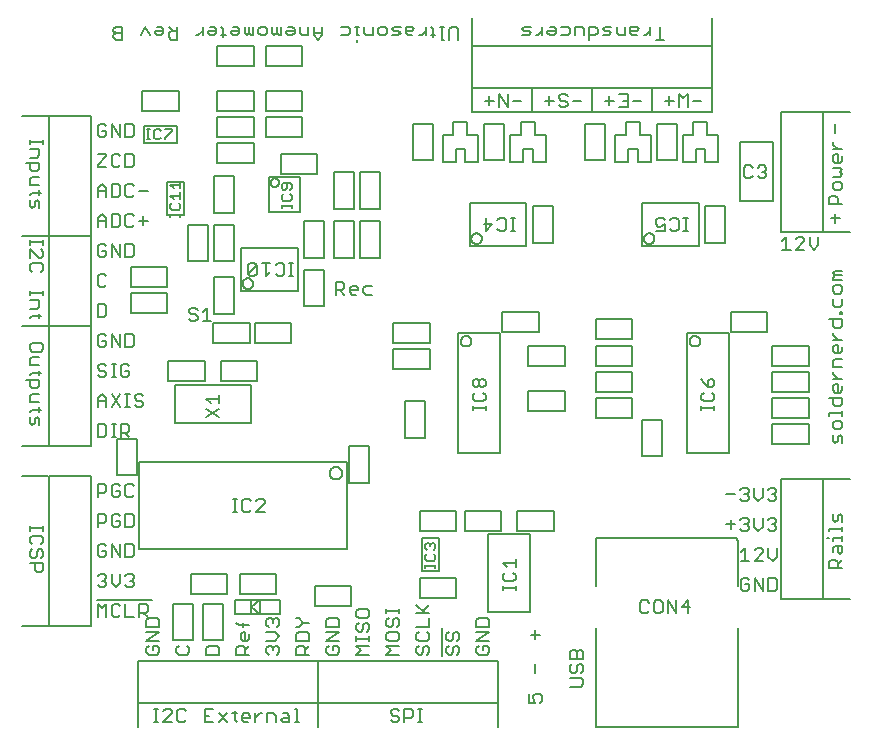
<source format=gto>
G75*
%MOIN*%
%OFA0B0*%
%FSLAX25Y25*%
%IPPOS*%
%LPD*%
%AMOC8*
5,1,8,0,0,1.08239X$1,22.5*
%
%ADD10C,0.00700*%
%ADD11C,0.00591*%
%ADD12C,0.00600*%
D10*
X0057630Y0038053D02*
X0057630Y0042356D01*
X0059065Y0040922D01*
X0060499Y0042356D01*
X0060499Y0038053D01*
X0062234Y0038770D02*
X0062234Y0041639D01*
X0062951Y0042356D01*
X0064386Y0042356D01*
X0065103Y0041639D01*
X0066838Y0042356D02*
X0066838Y0038053D01*
X0069707Y0038053D01*
X0071442Y0038053D02*
X0071442Y0042356D01*
X0073594Y0042356D01*
X0074311Y0041639D01*
X0074311Y0040205D01*
X0073594Y0039487D01*
X0071442Y0039487D01*
X0072877Y0039487D02*
X0074311Y0038053D01*
X0074594Y0037630D02*
X0073877Y0036912D01*
X0073877Y0034761D01*
X0078180Y0034761D01*
X0078180Y0036912D01*
X0077463Y0037630D01*
X0074594Y0037630D01*
X0073877Y0033026D02*
X0078180Y0033026D01*
X0073877Y0030157D01*
X0078180Y0030157D01*
X0077463Y0028422D02*
X0076028Y0028422D01*
X0076028Y0026987D01*
X0074594Y0025553D02*
X0077463Y0025553D01*
X0078180Y0026270D01*
X0078180Y0027705D01*
X0077463Y0028422D01*
X0074594Y0028422D02*
X0073877Y0027705D01*
X0073877Y0026270D01*
X0074594Y0025553D01*
X0083877Y0026270D02*
X0084594Y0025553D01*
X0087463Y0025553D01*
X0088180Y0026270D01*
X0088180Y0027705D01*
X0087463Y0028422D01*
X0084594Y0028422D02*
X0083877Y0027705D01*
X0083877Y0026270D01*
X0093877Y0025553D02*
X0093877Y0027705D01*
X0094594Y0028422D01*
X0097463Y0028422D01*
X0098180Y0027705D01*
X0098180Y0025553D01*
X0093877Y0025553D01*
X0103877Y0025553D02*
X0103877Y0027705D01*
X0104594Y0028422D01*
X0106028Y0028422D01*
X0106746Y0027705D01*
X0106746Y0025553D01*
X0108180Y0025553D02*
X0103877Y0025553D01*
X0106746Y0026987D02*
X0108180Y0028422D01*
X0107463Y0030157D02*
X0106028Y0030157D01*
X0105311Y0030874D01*
X0105311Y0032309D01*
X0106028Y0033026D01*
X0106746Y0033026D01*
X0106746Y0030157D01*
X0107463Y0030157D02*
X0108180Y0030874D01*
X0108180Y0032309D01*
X0106028Y0034761D02*
X0106028Y0036195D01*
X0104594Y0035478D02*
X0108180Y0035478D01*
X0104594Y0035478D02*
X0103877Y0036195D01*
X0113877Y0035478D02*
X0114594Y0034761D01*
X0113877Y0035478D02*
X0113877Y0036912D01*
X0114594Y0037630D01*
X0115311Y0037630D01*
X0116028Y0036912D01*
X0116746Y0037630D01*
X0117463Y0037630D01*
X0118180Y0036912D01*
X0118180Y0035478D01*
X0117463Y0034761D01*
X0116746Y0033026D02*
X0113877Y0033026D01*
X0116746Y0033026D02*
X0118180Y0031591D01*
X0116746Y0030157D01*
X0113877Y0030157D01*
X0114594Y0028422D02*
X0115311Y0028422D01*
X0116028Y0027705D01*
X0116746Y0028422D01*
X0117463Y0028422D01*
X0118180Y0027705D01*
X0118180Y0026270D01*
X0117463Y0025553D01*
X0116028Y0026987D02*
X0116028Y0027705D01*
X0114594Y0028422D02*
X0113877Y0027705D01*
X0113877Y0026270D01*
X0114594Y0025553D01*
X0123877Y0025553D02*
X0123877Y0027705D01*
X0124594Y0028422D01*
X0126028Y0028422D01*
X0126746Y0027705D01*
X0126746Y0025553D01*
X0128180Y0025553D02*
X0123877Y0025553D01*
X0126746Y0026987D02*
X0128180Y0028422D01*
X0128180Y0030157D02*
X0128180Y0032309D01*
X0127463Y0033026D01*
X0124594Y0033026D01*
X0123877Y0032309D01*
X0123877Y0030157D01*
X0128180Y0030157D01*
X0124594Y0034761D02*
X0126028Y0036195D01*
X0128180Y0036195D01*
X0126028Y0036195D02*
X0124594Y0037630D01*
X0123877Y0037630D01*
X0123877Y0034761D02*
X0124594Y0034761D01*
X0116028Y0036195D02*
X0116028Y0036912D01*
X0133877Y0036912D02*
X0133877Y0034761D01*
X0138180Y0034761D01*
X0138180Y0036912D01*
X0137463Y0037630D01*
X0134594Y0037630D01*
X0133877Y0036912D01*
X0133877Y0033026D02*
X0138180Y0033026D01*
X0133877Y0030157D01*
X0138180Y0030157D01*
X0137463Y0028422D02*
X0136028Y0028422D01*
X0136028Y0026987D01*
X0134594Y0025553D02*
X0137463Y0025553D01*
X0138180Y0026270D01*
X0138180Y0027705D01*
X0137463Y0028422D01*
X0134594Y0028422D02*
X0133877Y0027705D01*
X0133877Y0026270D01*
X0134594Y0025553D01*
X0143877Y0025553D02*
X0145311Y0026987D01*
X0143877Y0028422D01*
X0148180Y0028422D01*
X0148180Y0030157D02*
X0148180Y0031591D01*
X0148180Y0030874D02*
X0143877Y0030874D01*
X0143877Y0030157D02*
X0143877Y0031591D01*
X0144594Y0033226D02*
X0145311Y0033226D01*
X0146028Y0033943D01*
X0146028Y0035378D01*
X0146746Y0036095D01*
X0147463Y0036095D01*
X0148180Y0035378D01*
X0148180Y0033943D01*
X0147463Y0033226D01*
X0144594Y0033226D02*
X0143877Y0033943D01*
X0143877Y0035378D01*
X0144594Y0036095D01*
X0144594Y0037830D02*
X0147463Y0037830D01*
X0148180Y0038547D01*
X0148180Y0039982D01*
X0147463Y0040699D01*
X0144594Y0040699D01*
X0143877Y0039982D01*
X0143877Y0038547D01*
X0144594Y0037830D01*
X0153877Y0036912D02*
X0153877Y0035478D01*
X0154594Y0034761D01*
X0155311Y0034761D01*
X0156028Y0035478D01*
X0156028Y0036912D01*
X0156746Y0037630D01*
X0157463Y0037630D01*
X0158180Y0036912D01*
X0158180Y0035478D01*
X0157463Y0034761D01*
X0157463Y0033026D02*
X0154594Y0033026D01*
X0153877Y0032309D01*
X0153877Y0030874D01*
X0154594Y0030157D01*
X0157463Y0030157D01*
X0158180Y0030874D01*
X0158180Y0032309D01*
X0157463Y0033026D01*
X0153877Y0036912D02*
X0154594Y0037630D01*
X0153877Y0039365D02*
X0153877Y0040799D01*
X0153877Y0040082D02*
X0158180Y0040082D01*
X0158180Y0039365D02*
X0158180Y0040799D01*
X0163877Y0039365D02*
X0168180Y0039365D01*
X0166746Y0039365D02*
X0163877Y0042234D01*
X0166028Y0040082D02*
X0168180Y0042234D01*
X0168180Y0037630D02*
X0168180Y0034761D01*
X0163877Y0034761D01*
X0164594Y0033026D02*
X0163877Y0032309D01*
X0163877Y0030874D01*
X0164594Y0030157D01*
X0167463Y0030157D01*
X0168180Y0030874D01*
X0168180Y0032309D01*
X0167463Y0033026D01*
X0172480Y0034411D02*
X0172480Y0025203D01*
X0173877Y0026270D02*
X0173877Y0027705D01*
X0174594Y0028422D01*
X0176028Y0027705D02*
X0176746Y0028422D01*
X0177463Y0028422D01*
X0178180Y0027705D01*
X0178180Y0026270D01*
X0177463Y0025553D01*
X0176028Y0026270D02*
X0176028Y0027705D01*
X0176028Y0026270D02*
X0175311Y0025553D01*
X0174594Y0025553D01*
X0173877Y0026270D01*
X0174594Y0030157D02*
X0175311Y0030157D01*
X0176028Y0030874D01*
X0176028Y0032309D01*
X0176746Y0033026D01*
X0177463Y0033026D01*
X0178180Y0032309D01*
X0178180Y0030874D01*
X0177463Y0030157D01*
X0174594Y0030157D02*
X0173877Y0030874D01*
X0173877Y0032309D01*
X0174594Y0033026D01*
X0168180Y0027705D02*
X0168180Y0026270D01*
X0167463Y0025553D01*
X0166028Y0026270D02*
X0166028Y0027705D01*
X0166746Y0028422D01*
X0167463Y0028422D01*
X0168180Y0027705D01*
X0166028Y0026270D02*
X0165311Y0025553D01*
X0164594Y0025553D01*
X0163877Y0026270D01*
X0163877Y0027705D01*
X0164594Y0028422D01*
X0158180Y0028422D02*
X0153877Y0028422D01*
X0155311Y0026987D01*
X0153877Y0025553D01*
X0158180Y0025553D01*
X0148180Y0025553D02*
X0143877Y0025553D01*
X0155959Y0007356D02*
X0155242Y0006639D01*
X0155242Y0005922D01*
X0155959Y0005205D01*
X0157393Y0005205D01*
X0158111Y0004487D01*
X0158111Y0003770D01*
X0157393Y0003053D01*
X0155959Y0003053D01*
X0155242Y0003770D01*
X0155959Y0007356D02*
X0157393Y0007356D01*
X0158111Y0006639D01*
X0159846Y0007356D02*
X0161997Y0007356D01*
X0162715Y0006639D01*
X0162715Y0005205D01*
X0161997Y0004487D01*
X0159846Y0004487D01*
X0159846Y0003053D02*
X0159846Y0007356D01*
X0164449Y0007356D02*
X0165884Y0007356D01*
X0165167Y0007356D02*
X0165167Y0003053D01*
X0165884Y0003053D02*
X0164449Y0003053D01*
X0184594Y0025553D02*
X0187463Y0025553D01*
X0188180Y0026270D01*
X0188180Y0027705D01*
X0187463Y0028422D01*
X0186028Y0028422D01*
X0186028Y0026987D01*
X0184594Y0025553D02*
X0183877Y0026270D01*
X0183877Y0027705D01*
X0184594Y0028422D01*
X0183877Y0030157D02*
X0188180Y0033026D01*
X0183877Y0033026D01*
X0183877Y0034761D02*
X0183877Y0036912D01*
X0184594Y0037630D01*
X0187463Y0037630D01*
X0188180Y0036912D01*
X0188180Y0034761D01*
X0183877Y0034761D01*
X0183877Y0030157D02*
X0188180Y0030157D01*
X0202094Y0032185D02*
X0204963Y0032185D01*
X0203528Y0030751D02*
X0203528Y0033620D01*
X0203528Y0022370D02*
X0203528Y0019501D01*
X0203528Y0012370D02*
X0204963Y0012370D01*
X0205680Y0011653D01*
X0205680Y0010218D01*
X0204963Y0009501D01*
X0203528Y0009501D02*
X0202811Y0010935D01*
X0202811Y0011653D01*
X0203528Y0012370D01*
X0201377Y0012370D02*
X0201377Y0009501D01*
X0203528Y0009501D01*
X0215127Y0014897D02*
X0218713Y0014897D01*
X0219430Y0015614D01*
X0219430Y0017049D01*
X0218713Y0017766D01*
X0215127Y0017766D01*
X0215844Y0019501D02*
X0216561Y0019501D01*
X0217278Y0020218D01*
X0217278Y0021653D01*
X0217996Y0022370D01*
X0218713Y0022370D01*
X0219430Y0021653D01*
X0219430Y0020218D01*
X0218713Y0019501D01*
X0215844Y0019501D02*
X0215127Y0020218D01*
X0215127Y0021653D01*
X0215844Y0022370D01*
X0215127Y0024105D02*
X0215127Y0026257D01*
X0215844Y0026974D01*
X0216561Y0026974D01*
X0217278Y0026257D01*
X0217278Y0024105D01*
X0215127Y0024105D02*
X0219430Y0024105D01*
X0219430Y0026257D01*
X0218713Y0026974D01*
X0217996Y0026974D01*
X0217278Y0026257D01*
X0238422Y0040020D02*
X0238422Y0042889D01*
X0239140Y0043606D01*
X0240574Y0043606D01*
X0241291Y0042889D01*
X0243026Y0042889D02*
X0243026Y0040020D01*
X0243744Y0039303D01*
X0245178Y0039303D01*
X0245895Y0040020D01*
X0245895Y0042889D01*
X0245178Y0043606D01*
X0243744Y0043606D01*
X0243026Y0042889D01*
X0241291Y0040020D02*
X0240574Y0039303D01*
X0239140Y0039303D01*
X0238422Y0040020D01*
X0247630Y0039303D02*
X0247630Y0043606D01*
X0250499Y0039303D01*
X0250499Y0043606D01*
X0252234Y0041455D02*
X0255103Y0041455D01*
X0254386Y0043606D02*
X0254386Y0039303D01*
X0252234Y0041455D02*
X0254386Y0043606D01*
X0271974Y0047520D02*
X0272692Y0046803D01*
X0274126Y0046803D01*
X0274843Y0047520D01*
X0274843Y0048955D01*
X0273409Y0048955D01*
X0274843Y0050389D02*
X0274126Y0051106D01*
X0272692Y0051106D01*
X0271974Y0050389D01*
X0271974Y0047520D01*
X0276578Y0046803D02*
X0276578Y0051106D01*
X0279447Y0046803D01*
X0279447Y0051106D01*
X0281182Y0051106D02*
X0283334Y0051106D01*
X0284051Y0050389D01*
X0284051Y0047520D01*
X0283334Y0046803D01*
X0281182Y0046803D01*
X0281182Y0051106D01*
X0282617Y0056803D02*
X0281182Y0058237D01*
X0281182Y0061106D01*
X0279447Y0060389D02*
X0278730Y0061106D01*
X0277295Y0061106D01*
X0276578Y0060389D01*
X0279447Y0060389D02*
X0279447Y0059672D01*
X0276578Y0056803D01*
X0279447Y0056803D01*
X0282617Y0056803D02*
X0284051Y0058237D01*
X0284051Y0061106D01*
X0283136Y0066803D02*
X0281701Y0066803D01*
X0280984Y0067520D01*
X0279249Y0068237D02*
X0279249Y0071106D01*
X0280984Y0070389D02*
X0281701Y0071106D01*
X0283136Y0071106D01*
X0283853Y0070389D01*
X0283853Y0069672D01*
X0283136Y0068955D01*
X0283853Y0068237D01*
X0283853Y0067520D01*
X0283136Y0066803D01*
X0283136Y0068955D02*
X0282419Y0068955D01*
X0279249Y0068237D02*
X0277815Y0066803D01*
X0276380Y0068237D01*
X0276380Y0071106D01*
X0274645Y0070389D02*
X0274645Y0069672D01*
X0273928Y0068955D01*
X0274645Y0068237D01*
X0274645Y0067520D01*
X0273928Y0066803D01*
X0272494Y0066803D01*
X0271776Y0067520D01*
X0273211Y0068955D02*
X0273928Y0068955D01*
X0274645Y0070389D02*
X0273928Y0071106D01*
X0272494Y0071106D01*
X0271776Y0070389D01*
X0270041Y0068955D02*
X0267172Y0068955D01*
X0268607Y0070389D02*
X0268607Y0067520D01*
X0273409Y0061106D02*
X0271974Y0059672D01*
X0273409Y0061106D02*
X0273409Y0056803D01*
X0274843Y0056803D02*
X0271974Y0056803D01*
X0272494Y0076803D02*
X0271776Y0077520D01*
X0272494Y0076803D02*
X0273928Y0076803D01*
X0274645Y0077520D01*
X0274645Y0078237D01*
X0273928Y0078955D01*
X0273211Y0078955D01*
X0273928Y0078955D02*
X0274645Y0079672D01*
X0274645Y0080389D01*
X0273928Y0081106D01*
X0272494Y0081106D01*
X0271776Y0080389D01*
X0270041Y0078955D02*
X0267172Y0078955D01*
X0276380Y0078237D02*
X0277815Y0076803D01*
X0279249Y0078237D01*
X0279249Y0081106D01*
X0280984Y0080389D02*
X0281701Y0081106D01*
X0283136Y0081106D01*
X0283853Y0080389D01*
X0283853Y0079672D01*
X0283136Y0078955D01*
X0283853Y0078237D01*
X0283853Y0077520D01*
X0283136Y0076803D01*
X0281701Y0076803D01*
X0280984Y0077520D01*
X0282419Y0078955D02*
X0283136Y0078955D01*
X0276380Y0078237D02*
X0276380Y0081106D01*
X0302811Y0072543D02*
X0302811Y0070391D01*
X0303528Y0069674D01*
X0304246Y0070391D01*
X0304246Y0071826D01*
X0304963Y0072543D01*
X0305680Y0071826D01*
X0305680Y0069674D01*
X0305680Y0068039D02*
X0305680Y0066605D01*
X0305680Y0067322D02*
X0301377Y0067322D01*
X0301377Y0066605D01*
X0301377Y0064253D02*
X0300659Y0064253D01*
X0302811Y0064253D02*
X0305680Y0064253D01*
X0305680Y0064970D02*
X0305680Y0063535D01*
X0305680Y0061801D02*
X0303528Y0061801D01*
X0302811Y0061083D01*
X0302811Y0059649D01*
X0304246Y0059649D02*
X0304963Y0058931D01*
X0305680Y0059649D01*
X0305680Y0061801D01*
X0304246Y0061801D02*
X0304246Y0059649D01*
X0303528Y0057197D02*
X0304246Y0056479D01*
X0304246Y0054328D01*
X0304246Y0055762D02*
X0305680Y0057197D01*
X0303528Y0057197D02*
X0302094Y0057197D01*
X0301377Y0056479D01*
X0301377Y0054328D01*
X0305680Y0054328D01*
X0302811Y0063535D02*
X0302811Y0064253D01*
X0303528Y0096011D02*
X0302811Y0096728D01*
X0302811Y0098880D01*
X0304246Y0098163D02*
X0304246Y0096728D01*
X0303528Y0096011D01*
X0305680Y0096011D02*
X0305680Y0098163D01*
X0304963Y0098880D01*
X0304246Y0098163D01*
X0303528Y0100615D02*
X0304963Y0100615D01*
X0305680Y0101332D01*
X0305680Y0102767D01*
X0304963Y0103484D01*
X0303528Y0103484D01*
X0302811Y0102767D01*
X0302811Y0101332D01*
X0303528Y0100615D01*
X0301377Y0105219D02*
X0301377Y0105936D01*
X0305680Y0105936D01*
X0305680Y0105219D02*
X0305680Y0106653D01*
X0304963Y0108288D02*
X0303528Y0108288D01*
X0302811Y0109005D01*
X0302811Y0111157D01*
X0301377Y0111157D02*
X0305680Y0111157D01*
X0305680Y0109005D01*
X0304963Y0108288D01*
X0304963Y0112892D02*
X0303528Y0112892D01*
X0302811Y0113609D01*
X0302811Y0115044D01*
X0303528Y0115761D01*
X0304246Y0115761D01*
X0304246Y0112892D01*
X0304963Y0112892D02*
X0305680Y0113609D01*
X0305680Y0115044D01*
X0305680Y0117496D02*
X0302811Y0117496D01*
X0302811Y0118930D02*
X0302811Y0119648D01*
X0302811Y0118930D02*
X0304246Y0117496D01*
X0305680Y0121332D02*
X0302811Y0121332D01*
X0302811Y0123484D01*
X0303528Y0124202D01*
X0305680Y0124202D01*
X0304963Y0125936D02*
X0303528Y0125936D01*
X0302811Y0126654D01*
X0302811Y0128088D01*
X0303528Y0128805D01*
X0304246Y0128805D01*
X0304246Y0125936D01*
X0304963Y0125936D02*
X0305680Y0126654D01*
X0305680Y0128088D01*
X0305680Y0130540D02*
X0302811Y0130540D01*
X0304246Y0130540D02*
X0302811Y0131975D01*
X0302811Y0132692D01*
X0303528Y0134377D02*
X0302811Y0135094D01*
X0302811Y0137246D01*
X0301377Y0137246D02*
X0305680Y0137246D01*
X0305680Y0135094D01*
X0304963Y0134377D01*
X0303528Y0134377D01*
X0304963Y0138981D02*
X0304963Y0139698D01*
X0305680Y0139698D01*
X0305680Y0138981D01*
X0304963Y0138981D01*
X0304963Y0141283D02*
X0303528Y0141283D01*
X0302811Y0142000D01*
X0302811Y0144152D01*
X0303528Y0145887D02*
X0304963Y0145887D01*
X0305680Y0146604D01*
X0305680Y0148039D01*
X0304963Y0148756D01*
X0303528Y0148756D01*
X0302811Y0148039D01*
X0302811Y0146604D01*
X0303528Y0145887D01*
X0305680Y0144152D02*
X0305680Y0142000D01*
X0304963Y0141283D01*
X0305680Y0150491D02*
X0302811Y0150491D01*
X0302811Y0151208D01*
X0303528Y0151925D01*
X0302811Y0152642D01*
X0303528Y0153360D01*
X0305680Y0153360D01*
X0305680Y0151925D02*
X0303528Y0151925D01*
X0296367Y0160553D02*
X0297801Y0161987D01*
X0297801Y0164856D01*
X0294932Y0164856D02*
X0294932Y0161987D01*
X0296367Y0160553D01*
X0293197Y0160553D02*
X0290328Y0160553D01*
X0293197Y0163422D01*
X0293197Y0164139D01*
X0292480Y0164856D01*
X0291045Y0164856D01*
X0290328Y0164139D01*
X0287159Y0164856D02*
X0287159Y0160553D01*
X0288593Y0160553D02*
X0285724Y0160553D01*
X0285724Y0163422D02*
X0287159Y0164856D01*
X0302094Y0170935D02*
X0304963Y0170935D01*
X0303528Y0169501D02*
X0303528Y0172370D01*
X0304246Y0175677D02*
X0304246Y0177828D01*
X0303528Y0178546D01*
X0302094Y0178546D01*
X0301377Y0177828D01*
X0301377Y0175677D01*
X0305680Y0175677D01*
X0304963Y0180281D02*
X0303528Y0180281D01*
X0302811Y0180998D01*
X0302811Y0182432D01*
X0303528Y0183150D01*
X0304963Y0183150D01*
X0305680Y0182432D01*
X0305680Y0180998D01*
X0304963Y0180281D01*
X0304963Y0184884D02*
X0302811Y0184884D01*
X0304963Y0184884D02*
X0305680Y0185602D01*
X0304963Y0186319D01*
X0305680Y0187036D01*
X0304963Y0187754D01*
X0302811Y0187754D01*
X0303528Y0189488D02*
X0302811Y0190206D01*
X0302811Y0191640D01*
X0303528Y0192357D01*
X0304246Y0192357D01*
X0304246Y0189488D01*
X0304963Y0189488D02*
X0303528Y0189488D01*
X0304963Y0189488D02*
X0305680Y0190206D01*
X0305680Y0191640D01*
X0305680Y0194092D02*
X0302811Y0194092D01*
X0304246Y0194092D02*
X0302811Y0195527D01*
X0302811Y0196244D01*
X0303528Y0199501D02*
X0303528Y0202370D01*
X0280499Y0187889D02*
X0280499Y0187172D01*
X0279782Y0186455D01*
X0280499Y0185737D01*
X0280499Y0185020D01*
X0279782Y0184303D01*
X0278347Y0184303D01*
X0277630Y0185020D01*
X0275895Y0185020D02*
X0275178Y0184303D01*
X0273744Y0184303D01*
X0273026Y0185020D01*
X0273026Y0187889D01*
X0273744Y0188606D01*
X0275178Y0188606D01*
X0275895Y0187889D01*
X0277630Y0187889D02*
X0278347Y0188606D01*
X0279782Y0188606D01*
X0280499Y0187889D01*
X0279782Y0186455D02*
X0279065Y0186455D01*
X0254319Y0171103D02*
X0252884Y0171103D01*
X0253601Y0171103D02*
X0253601Y0166799D01*
X0252884Y0166799D02*
X0254319Y0166799D01*
X0251249Y0167516D02*
X0251249Y0170385D01*
X0250532Y0171103D01*
X0249098Y0171103D01*
X0248380Y0170385D01*
X0246646Y0170385D02*
X0245928Y0171103D01*
X0244494Y0171103D01*
X0243776Y0170385D01*
X0243776Y0168951D01*
X0244494Y0168234D01*
X0245211Y0168234D01*
X0246646Y0168951D01*
X0246646Y0166799D01*
X0243776Y0166799D01*
X0248380Y0167516D02*
X0249098Y0166799D01*
X0250532Y0166799D01*
X0251249Y0167516D01*
X0251363Y0208049D02*
X0251363Y0212353D01*
X0252798Y0210918D01*
X0254232Y0212353D01*
X0254232Y0208049D01*
X0255967Y0210201D02*
X0258836Y0210201D01*
X0249628Y0210201D02*
X0246759Y0210201D01*
X0248194Y0211635D02*
X0248194Y0208766D01*
X0238836Y0210201D02*
X0235967Y0210201D01*
X0234232Y0210201D02*
X0232798Y0210201D01*
X0234232Y0208049D02*
X0234232Y0212353D01*
X0231363Y0212353D01*
X0229628Y0210201D02*
X0226759Y0210201D01*
X0228194Y0211635D02*
X0228194Y0208766D01*
X0231363Y0208049D02*
X0234232Y0208049D01*
X0218836Y0210201D02*
X0215967Y0210201D01*
X0214232Y0209484D02*
X0213515Y0210201D01*
X0212080Y0210201D01*
X0211363Y0210918D01*
X0211363Y0211635D01*
X0212080Y0212353D01*
X0213515Y0212353D01*
X0214232Y0211635D01*
X0214232Y0209484D02*
X0214232Y0208766D01*
X0213515Y0208049D01*
X0212080Y0208049D01*
X0211363Y0208766D01*
X0209628Y0210201D02*
X0206759Y0210201D01*
X0208194Y0211635D02*
X0208194Y0208766D01*
X0198836Y0210201D02*
X0195967Y0210201D01*
X0194232Y0212353D02*
X0194232Y0208049D01*
X0191363Y0212353D01*
X0191363Y0208049D01*
X0189628Y0210201D02*
X0186759Y0210201D01*
X0188194Y0211635D02*
X0188194Y0208766D01*
X0177747Y0230549D02*
X0177747Y0234135D01*
X0177029Y0234853D01*
X0175595Y0234853D01*
X0174878Y0234135D01*
X0174878Y0230549D01*
X0173143Y0230549D02*
X0172425Y0230549D01*
X0172425Y0234853D01*
X0171708Y0234853D02*
X0173143Y0234853D01*
X0169356Y0234135D02*
X0169356Y0231266D01*
X0170073Y0231984D02*
X0168639Y0231984D01*
X0167004Y0231984D02*
X0167004Y0234853D01*
X0167004Y0233418D02*
X0165570Y0231984D01*
X0164852Y0231984D01*
X0162450Y0231984D02*
X0161016Y0231984D01*
X0160298Y0232701D01*
X0160298Y0234853D01*
X0162450Y0234853D01*
X0163168Y0234135D01*
X0162450Y0233418D01*
X0160298Y0233418D01*
X0158564Y0232701D02*
X0157846Y0231984D01*
X0155695Y0231984D01*
X0156412Y0233418D02*
X0157846Y0233418D01*
X0158564Y0232701D01*
X0158564Y0234853D02*
X0156412Y0234853D01*
X0155695Y0234135D01*
X0156412Y0233418D01*
X0153960Y0232701D02*
X0153242Y0231984D01*
X0151808Y0231984D01*
X0151091Y0232701D01*
X0151091Y0234135D01*
X0151808Y0234853D01*
X0153242Y0234853D01*
X0153960Y0234135D01*
X0153960Y0232701D01*
X0149356Y0231984D02*
X0147204Y0231984D01*
X0146487Y0232701D01*
X0146487Y0234853D01*
X0144752Y0234853D02*
X0143317Y0234853D01*
X0144035Y0234853D02*
X0144035Y0231984D01*
X0144752Y0231984D01*
X0144035Y0230549D02*
X0144035Y0229832D01*
X0141683Y0232701D02*
X0141683Y0234135D01*
X0140965Y0234853D01*
X0138814Y0234853D01*
X0138814Y0231984D02*
X0140965Y0231984D01*
X0141683Y0232701D01*
X0149356Y0231984D02*
X0149356Y0234853D01*
X0132475Y0234853D02*
X0132475Y0231984D01*
X0131040Y0230549D01*
X0129606Y0231984D01*
X0129606Y0234853D01*
X0127871Y0234853D02*
X0127871Y0231984D01*
X0125719Y0231984D01*
X0125002Y0232701D01*
X0125002Y0234853D01*
X0123267Y0234135D02*
X0123267Y0232701D01*
X0122550Y0231984D01*
X0121115Y0231984D01*
X0120398Y0232701D01*
X0120398Y0233418D01*
X0123267Y0233418D01*
X0123267Y0234135D02*
X0122550Y0234853D01*
X0121115Y0234853D01*
X0118663Y0234853D02*
X0118663Y0231984D01*
X0117946Y0231984D01*
X0117228Y0232701D01*
X0116511Y0231984D01*
X0115794Y0232701D01*
X0115794Y0234853D01*
X0117228Y0234853D02*
X0117228Y0232701D01*
X0114059Y0232701D02*
X0113342Y0231984D01*
X0111907Y0231984D01*
X0111190Y0232701D01*
X0111190Y0234135D01*
X0111907Y0234853D01*
X0113342Y0234853D01*
X0114059Y0234135D01*
X0114059Y0232701D01*
X0109455Y0231984D02*
X0108738Y0231984D01*
X0108021Y0232701D01*
X0107303Y0231984D01*
X0106586Y0232701D01*
X0106586Y0234853D01*
X0108021Y0234853D02*
X0108021Y0232701D01*
X0109455Y0231984D02*
X0109455Y0234853D01*
X0104851Y0234135D02*
X0104851Y0232701D01*
X0104134Y0231984D01*
X0102699Y0231984D01*
X0101982Y0232701D01*
X0101982Y0233418D01*
X0104851Y0233418D01*
X0104851Y0234135D02*
X0104134Y0234853D01*
X0102699Y0234853D01*
X0099530Y0234135D02*
X0099530Y0231266D01*
X0100247Y0231984D02*
X0098813Y0231984D01*
X0097178Y0232701D02*
X0096461Y0231984D01*
X0095026Y0231984D01*
X0094309Y0232701D01*
X0094309Y0233418D01*
X0097178Y0233418D01*
X0097178Y0234135D02*
X0097178Y0232701D01*
X0097178Y0234135D02*
X0096461Y0234853D01*
X0095026Y0234853D01*
X0092574Y0234853D02*
X0092574Y0231984D01*
X0092574Y0233418D02*
X0091140Y0231984D01*
X0090422Y0231984D01*
X0084134Y0233418D02*
X0081982Y0233418D01*
X0081264Y0232701D01*
X0081264Y0231266D01*
X0081982Y0230549D01*
X0084134Y0230549D01*
X0084134Y0234853D01*
X0082699Y0233418D02*
X0081264Y0234853D01*
X0079530Y0234135D02*
X0079530Y0232701D01*
X0078812Y0231984D01*
X0077378Y0231984D01*
X0076661Y0232701D01*
X0076661Y0233418D01*
X0079530Y0233418D01*
X0079530Y0234135D02*
X0078812Y0234853D01*
X0077378Y0234853D01*
X0074926Y0231984D02*
X0073491Y0234853D01*
X0072057Y0231984D01*
X0065718Y0232701D02*
X0063566Y0232701D01*
X0062849Y0233418D01*
X0062849Y0234135D01*
X0063566Y0234853D01*
X0065718Y0234853D01*
X0065718Y0230549D01*
X0063566Y0230549D01*
X0062849Y0231266D01*
X0062849Y0231984D01*
X0063566Y0232701D01*
X0098813Y0234853D02*
X0099530Y0234135D01*
X0129606Y0232701D02*
X0132475Y0232701D01*
X0168639Y0234853D02*
X0169356Y0234135D01*
X0199111Y0234135D02*
X0199828Y0233418D01*
X0201263Y0233418D01*
X0201980Y0232701D01*
X0201263Y0231984D01*
X0199111Y0231984D01*
X0199111Y0234135D02*
X0199828Y0234853D01*
X0201980Y0234853D01*
X0203665Y0231984D02*
X0204382Y0231984D01*
X0205816Y0233418D01*
X0205816Y0231984D02*
X0205816Y0234853D01*
X0207551Y0233418D02*
X0210420Y0233418D01*
X0210420Y0232701D02*
X0209703Y0231984D01*
X0208269Y0231984D01*
X0207551Y0232701D01*
X0207551Y0233418D01*
X0208269Y0234853D02*
X0209703Y0234853D01*
X0210420Y0234135D01*
X0210420Y0232701D01*
X0212155Y0231984D02*
X0214307Y0231984D01*
X0215024Y0232701D01*
X0215024Y0234135D01*
X0214307Y0234853D01*
X0212155Y0234853D01*
X0216759Y0234853D02*
X0216759Y0231984D01*
X0216759Y0234853D02*
X0218911Y0234853D01*
X0219628Y0234135D01*
X0219628Y0231984D01*
X0221363Y0231984D02*
X0223515Y0231984D01*
X0224232Y0232701D01*
X0224232Y0234135D01*
X0223515Y0234853D01*
X0221363Y0234853D01*
X0221363Y0230549D01*
X0225967Y0231984D02*
X0228119Y0231984D01*
X0228836Y0232701D01*
X0228119Y0233418D01*
X0226684Y0233418D01*
X0225967Y0234135D01*
X0226684Y0234853D01*
X0228836Y0234853D01*
X0230571Y0234853D02*
X0230571Y0232701D01*
X0231288Y0231984D01*
X0233440Y0231984D01*
X0233440Y0234853D01*
X0235175Y0234853D02*
X0237327Y0234853D01*
X0238044Y0234135D01*
X0237327Y0233418D01*
X0235175Y0233418D01*
X0235175Y0232701D02*
X0235175Y0234853D01*
X0235175Y0232701D02*
X0235892Y0231984D01*
X0237327Y0231984D01*
X0239729Y0231984D02*
X0240446Y0231984D01*
X0241881Y0233418D01*
X0241881Y0231984D02*
X0241881Y0234853D01*
X0245050Y0234853D02*
X0245050Y0230549D01*
X0246484Y0230549D02*
X0243615Y0230549D01*
X0196819Y0171103D02*
X0195384Y0171103D01*
X0196101Y0171103D02*
X0196101Y0166799D01*
X0195384Y0166799D02*
X0196819Y0166799D01*
X0193749Y0167516D02*
X0193749Y0170385D01*
X0193032Y0171103D01*
X0191598Y0171103D01*
X0190880Y0170385D01*
X0189146Y0168951D02*
X0186276Y0168951D01*
X0186994Y0171103D02*
X0186994Y0166799D01*
X0189146Y0168951D01*
X0190880Y0167516D02*
X0191598Y0166799D01*
X0193032Y0166799D01*
X0193749Y0167516D01*
X0149051Y0148422D02*
X0146899Y0148422D01*
X0146182Y0147705D01*
X0146182Y0146270D01*
X0146899Y0145553D01*
X0149051Y0145553D01*
X0144447Y0146987D02*
X0141578Y0146987D01*
X0141578Y0146270D02*
X0141578Y0147705D01*
X0142295Y0148422D01*
X0143730Y0148422D01*
X0144447Y0147705D01*
X0144447Y0146987D01*
X0143730Y0145553D02*
X0142295Y0145553D01*
X0141578Y0146270D01*
X0139843Y0145553D02*
X0138409Y0146987D01*
X0139126Y0146987D02*
X0136974Y0146987D01*
X0136974Y0145553D02*
X0136974Y0149856D01*
X0139126Y0149856D01*
X0139843Y0149139D01*
X0139843Y0147705D01*
X0139126Y0146987D01*
X0122871Y0151799D02*
X0121436Y0151799D01*
X0122153Y0151799D02*
X0122153Y0156103D01*
X0121436Y0156103D02*
X0122871Y0156103D01*
X0119801Y0155385D02*
X0119801Y0152516D01*
X0119084Y0151799D01*
X0117650Y0151799D01*
X0116932Y0152516D01*
X0115198Y0153234D02*
X0113763Y0151799D01*
X0113763Y0156103D01*
X0115198Y0156103D02*
X0112328Y0156103D01*
X0110594Y0155385D02*
X0110594Y0152516D01*
X0109876Y0151799D01*
X0108442Y0151799D01*
X0107724Y0152516D01*
X0110594Y0155385D01*
X0109876Y0156103D01*
X0108442Y0156103D01*
X0107724Y0155385D01*
X0107724Y0152516D01*
X0116932Y0155385D02*
X0117650Y0156103D01*
X0119084Y0156103D01*
X0119801Y0155385D01*
X0094065Y0141106D02*
X0094065Y0136803D01*
X0095499Y0136803D02*
X0092630Y0136803D01*
X0090895Y0137520D02*
X0090178Y0136803D01*
X0088744Y0136803D01*
X0088026Y0137520D01*
X0088744Y0138955D02*
X0090178Y0138955D01*
X0090895Y0138237D01*
X0090895Y0137520D01*
X0088744Y0138955D02*
X0088026Y0139672D01*
X0088026Y0140389D01*
X0088744Y0141106D01*
X0090178Y0141106D01*
X0090895Y0140389D01*
X0092630Y0139672D02*
X0094065Y0141106D01*
X0069707Y0131639D02*
X0069707Y0128770D01*
X0068990Y0128053D01*
X0066838Y0128053D01*
X0066838Y0132356D01*
X0068990Y0132356D01*
X0069707Y0131639D01*
X0065103Y0132356D02*
X0065103Y0128053D01*
X0062234Y0132356D01*
X0062234Y0128053D01*
X0060499Y0128770D02*
X0060499Y0130205D01*
X0059065Y0130205D01*
X0060499Y0131639D02*
X0059782Y0132356D01*
X0058347Y0132356D01*
X0057630Y0131639D01*
X0057630Y0128770D01*
X0058347Y0128053D01*
X0059782Y0128053D01*
X0060499Y0128770D01*
X0059782Y0122356D02*
X0058347Y0122356D01*
X0057630Y0121639D01*
X0057630Y0120922D01*
X0058347Y0120205D01*
X0059782Y0120205D01*
X0060499Y0119487D01*
X0060499Y0118770D01*
X0059782Y0118053D01*
X0058347Y0118053D01*
X0057630Y0118770D01*
X0060499Y0121639D02*
X0059782Y0122356D01*
X0062234Y0122356D02*
X0063669Y0122356D01*
X0062951Y0122356D02*
X0062951Y0118053D01*
X0062234Y0118053D02*
X0063669Y0118053D01*
X0065303Y0118770D02*
X0066021Y0118053D01*
X0067455Y0118053D01*
X0068172Y0118770D01*
X0068172Y0120205D01*
X0066738Y0120205D01*
X0068172Y0121639D02*
X0067455Y0122356D01*
X0066021Y0122356D01*
X0065303Y0121639D01*
X0065303Y0118770D01*
X0065103Y0112356D02*
X0062234Y0108053D01*
X0060499Y0108053D02*
X0060499Y0110922D01*
X0059065Y0112356D01*
X0057630Y0110922D01*
X0057630Y0108053D01*
X0057630Y0110205D02*
X0060499Y0110205D01*
X0062234Y0112356D02*
X0065103Y0108053D01*
X0066838Y0108053D02*
X0068273Y0108053D01*
X0067555Y0108053D02*
X0067555Y0112356D01*
X0066838Y0112356D02*
X0068273Y0112356D01*
X0069907Y0111639D02*
X0069907Y0110922D01*
X0070625Y0110205D01*
X0072059Y0110205D01*
X0072776Y0109487D01*
X0072776Y0108770D01*
X0072059Y0108053D01*
X0070625Y0108053D01*
X0069907Y0108770D01*
X0069907Y0111639D02*
X0070625Y0112356D01*
X0072059Y0112356D01*
X0072776Y0111639D01*
X0067455Y0102356D02*
X0068172Y0101639D01*
X0068172Y0100205D01*
X0067455Y0099487D01*
X0065303Y0099487D01*
X0065303Y0098053D02*
X0065303Y0102356D01*
X0067455Y0102356D01*
X0066738Y0099487D02*
X0068172Y0098053D01*
X0063669Y0098053D02*
X0062234Y0098053D01*
X0062951Y0098053D02*
X0062951Y0102356D01*
X0062234Y0102356D02*
X0063669Y0102356D01*
X0060499Y0101639D02*
X0060499Y0098770D01*
X0059782Y0098053D01*
X0057630Y0098053D01*
X0057630Y0102356D01*
X0059782Y0102356D01*
X0060499Y0101639D01*
X0059782Y0082356D02*
X0057630Y0082356D01*
X0057630Y0078053D01*
X0057630Y0079487D02*
X0059782Y0079487D01*
X0060499Y0080205D01*
X0060499Y0081639D01*
X0059782Y0082356D01*
X0062234Y0081639D02*
X0062234Y0078770D01*
X0062951Y0078053D01*
X0064386Y0078053D01*
X0065103Y0078770D01*
X0065103Y0080205D01*
X0063669Y0080205D01*
X0065103Y0081639D02*
X0064386Y0082356D01*
X0062951Y0082356D01*
X0062234Y0081639D01*
X0066838Y0081639D02*
X0066838Y0078770D01*
X0067555Y0078053D01*
X0068990Y0078053D01*
X0069707Y0078770D01*
X0069707Y0081639D02*
X0068990Y0082356D01*
X0067555Y0082356D01*
X0066838Y0081639D01*
X0066838Y0072356D02*
X0068990Y0072356D01*
X0069707Y0071639D01*
X0069707Y0068770D01*
X0068990Y0068053D01*
X0066838Y0068053D01*
X0066838Y0072356D01*
X0065103Y0071639D02*
X0064386Y0072356D01*
X0062951Y0072356D01*
X0062234Y0071639D01*
X0062234Y0068770D01*
X0062951Y0068053D01*
X0064386Y0068053D01*
X0065103Y0068770D01*
X0065103Y0070205D01*
X0063669Y0070205D01*
X0060499Y0070205D02*
X0059782Y0069487D01*
X0057630Y0069487D01*
X0057630Y0068053D02*
X0057630Y0072356D01*
X0059782Y0072356D01*
X0060499Y0071639D01*
X0060499Y0070205D01*
X0059782Y0062356D02*
X0058347Y0062356D01*
X0057630Y0061639D01*
X0057630Y0058770D01*
X0058347Y0058053D01*
X0059782Y0058053D01*
X0060499Y0058770D01*
X0060499Y0060205D01*
X0059065Y0060205D01*
X0060499Y0061639D02*
X0059782Y0062356D01*
X0062234Y0062356D02*
X0065103Y0058053D01*
X0065103Y0062356D01*
X0066838Y0062356D02*
X0068990Y0062356D01*
X0069707Y0061639D01*
X0069707Y0058770D01*
X0068990Y0058053D01*
X0066838Y0058053D01*
X0066838Y0062356D01*
X0062234Y0062356D02*
X0062234Y0058053D01*
X0062234Y0052356D02*
X0062234Y0049487D01*
X0063669Y0048053D01*
X0065103Y0049487D01*
X0065103Y0052356D01*
X0066838Y0051639D02*
X0067555Y0052356D01*
X0068990Y0052356D01*
X0069707Y0051639D01*
X0069707Y0050922D01*
X0068990Y0050205D01*
X0069707Y0049487D01*
X0069707Y0048770D01*
X0068990Y0048053D01*
X0067555Y0048053D01*
X0066838Y0048770D01*
X0068273Y0050205D02*
X0068990Y0050205D01*
X0075696Y0043753D02*
X0057280Y0043753D01*
X0058347Y0048053D02*
X0057630Y0048770D01*
X0058347Y0048053D02*
X0059782Y0048053D01*
X0060499Y0048770D01*
X0060499Y0049487D01*
X0059782Y0050205D01*
X0059065Y0050205D01*
X0059782Y0050205D02*
X0060499Y0050922D01*
X0060499Y0051639D01*
X0059782Y0052356D01*
X0058347Y0052356D01*
X0057630Y0051639D01*
X0062234Y0038770D02*
X0062951Y0038053D01*
X0064386Y0038053D01*
X0065103Y0038770D01*
X0039434Y0053864D02*
X0038717Y0053147D01*
X0037282Y0053147D01*
X0036565Y0053864D01*
X0036565Y0056016D01*
X0035130Y0056016D02*
X0039434Y0056016D01*
X0039434Y0053864D01*
X0038717Y0057751D02*
X0039434Y0058468D01*
X0039434Y0059903D01*
X0038717Y0060620D01*
X0037999Y0060620D01*
X0037282Y0059903D01*
X0037282Y0058468D01*
X0036565Y0057751D01*
X0035847Y0057751D01*
X0035130Y0058468D01*
X0035130Y0059903D01*
X0035847Y0060620D01*
X0035847Y0062355D02*
X0035130Y0063072D01*
X0035130Y0064507D01*
X0035847Y0065224D01*
X0038717Y0065224D01*
X0039434Y0064507D01*
X0039434Y0063072D01*
X0038717Y0062355D01*
X0039434Y0066859D02*
X0039434Y0068293D01*
X0039434Y0067576D02*
X0035130Y0067576D01*
X0035130Y0068293D02*
X0035130Y0066859D01*
X0035847Y0102009D02*
X0036565Y0102726D01*
X0036565Y0104160D01*
X0037282Y0104878D01*
X0037999Y0104160D01*
X0037999Y0102009D01*
X0035847Y0102009D02*
X0035130Y0102726D01*
X0035130Y0104878D01*
X0035130Y0106512D02*
X0035847Y0107230D01*
X0038717Y0107230D01*
X0037999Y0107947D02*
X0037999Y0106512D01*
X0037999Y0109682D02*
X0035130Y0109682D01*
X0035130Y0111834D01*
X0035847Y0112551D01*
X0037999Y0112551D01*
X0037282Y0114286D02*
X0035847Y0114286D01*
X0035130Y0115003D01*
X0035130Y0117155D01*
X0033696Y0117155D02*
X0037999Y0117155D01*
X0037999Y0115003D01*
X0037282Y0114286D01*
X0037999Y0118789D02*
X0037999Y0120224D01*
X0038717Y0119507D02*
X0035847Y0119507D01*
X0035130Y0118789D01*
X0035130Y0121959D02*
X0037999Y0121959D01*
X0035130Y0121959D02*
X0035130Y0124111D01*
X0035847Y0124828D01*
X0037999Y0124828D01*
X0038717Y0126563D02*
X0039434Y0127280D01*
X0039434Y0128715D01*
X0038717Y0129432D01*
X0035847Y0129432D01*
X0035130Y0128715D01*
X0035130Y0127280D01*
X0035847Y0126563D01*
X0038717Y0126563D01*
X0037999Y0137676D02*
X0037999Y0139110D01*
X0038717Y0138393D02*
X0035847Y0138393D01*
X0035130Y0137676D01*
X0035130Y0140845D02*
X0037282Y0140845D01*
X0037999Y0141562D01*
X0037999Y0143714D01*
X0035130Y0143714D01*
X0035130Y0145349D02*
X0035130Y0146784D01*
X0035130Y0146066D02*
X0039434Y0146066D01*
X0039434Y0145349D02*
X0039434Y0146784D01*
X0038717Y0153122D02*
X0039434Y0153840D01*
X0039434Y0155274D01*
X0038717Y0155991D01*
X0035847Y0155991D01*
X0035130Y0155274D01*
X0035130Y0153840D01*
X0035847Y0153122D01*
X0035130Y0157726D02*
X0035130Y0160595D01*
X0037999Y0157726D01*
X0038717Y0157726D01*
X0039434Y0158443D01*
X0039434Y0159878D01*
X0038717Y0160595D01*
X0039434Y0162230D02*
X0039434Y0163665D01*
X0039434Y0162947D02*
X0035130Y0162947D01*
X0035130Y0162230D02*
X0035130Y0163665D01*
X0035847Y0174310D02*
X0036565Y0175028D01*
X0036565Y0176462D01*
X0037282Y0177180D01*
X0037999Y0176462D01*
X0037999Y0174310D01*
X0035847Y0174310D02*
X0035130Y0175028D01*
X0035130Y0177180D01*
X0035130Y0178814D02*
X0035847Y0179532D01*
X0038717Y0179532D01*
X0037999Y0180249D02*
X0037999Y0178814D01*
X0037999Y0181984D02*
X0035130Y0181984D01*
X0035130Y0184136D01*
X0035847Y0184853D01*
X0037999Y0184853D01*
X0037282Y0186588D02*
X0035847Y0186588D01*
X0035130Y0187305D01*
X0035130Y0189457D01*
X0033696Y0189457D02*
X0037999Y0189457D01*
X0037999Y0187305D01*
X0037282Y0186588D01*
X0037282Y0191192D02*
X0035130Y0191192D01*
X0037282Y0191192D02*
X0037999Y0191909D01*
X0037999Y0194061D01*
X0035130Y0194061D01*
X0035130Y0195695D02*
X0035130Y0197130D01*
X0035130Y0196413D02*
X0039434Y0196413D01*
X0039434Y0197130D02*
X0039434Y0195695D01*
X0057630Y0198770D02*
X0058347Y0198053D01*
X0059782Y0198053D01*
X0060499Y0198770D01*
X0060499Y0200205D01*
X0059065Y0200205D01*
X0060499Y0201639D02*
X0059782Y0202356D01*
X0058347Y0202356D01*
X0057630Y0201639D01*
X0057630Y0198770D01*
X0062234Y0198053D02*
X0062234Y0202356D01*
X0065103Y0198053D01*
X0065103Y0202356D01*
X0066838Y0202356D02*
X0068990Y0202356D01*
X0069707Y0201639D01*
X0069707Y0198770D01*
X0068990Y0198053D01*
X0066838Y0198053D01*
X0066838Y0202356D01*
X0066838Y0192356D02*
X0068990Y0192356D01*
X0069707Y0191639D01*
X0069707Y0188770D01*
X0068990Y0188053D01*
X0066838Y0188053D01*
X0066838Y0192356D01*
X0065103Y0191639D02*
X0064386Y0192356D01*
X0062951Y0192356D01*
X0062234Y0191639D01*
X0062234Y0188770D01*
X0062951Y0188053D01*
X0064386Y0188053D01*
X0065103Y0188770D01*
X0060499Y0188053D02*
X0057630Y0188053D01*
X0057630Y0188770D01*
X0060499Y0191639D01*
X0060499Y0192356D01*
X0057630Y0192356D01*
X0059065Y0182356D02*
X0057630Y0180922D01*
X0057630Y0178053D01*
X0057630Y0180205D02*
X0060499Y0180205D01*
X0060499Y0180922D02*
X0060499Y0178053D01*
X0062234Y0178053D02*
X0064386Y0178053D01*
X0065103Y0178770D01*
X0065103Y0181639D01*
X0064386Y0182356D01*
X0062234Y0182356D01*
X0062234Y0178053D01*
X0066838Y0178770D02*
X0067555Y0178053D01*
X0068990Y0178053D01*
X0069707Y0178770D01*
X0071442Y0180205D02*
X0074311Y0180205D01*
X0069707Y0181639D02*
X0068990Y0182356D01*
X0067555Y0182356D01*
X0066838Y0181639D01*
X0066838Y0178770D01*
X0060499Y0180922D02*
X0059065Y0182356D01*
X0059065Y0172356D02*
X0057630Y0170922D01*
X0057630Y0168053D01*
X0057630Y0170205D02*
X0060499Y0170205D01*
X0060499Y0170922D02*
X0060499Y0168053D01*
X0062234Y0168053D02*
X0062234Y0172356D01*
X0064386Y0172356D01*
X0065103Y0171639D01*
X0065103Y0168770D01*
X0064386Y0168053D01*
X0062234Y0168053D01*
X0060499Y0170922D02*
X0059065Y0172356D01*
X0066838Y0171639D02*
X0066838Y0168770D01*
X0067555Y0168053D01*
X0068990Y0168053D01*
X0069707Y0168770D01*
X0071442Y0170205D02*
X0074311Y0170205D01*
X0072877Y0171639D02*
X0072877Y0168770D01*
X0069707Y0171639D02*
X0068990Y0172356D01*
X0067555Y0172356D01*
X0066838Y0171639D01*
X0066838Y0162356D02*
X0068990Y0162356D01*
X0069707Y0161639D01*
X0069707Y0158770D01*
X0068990Y0158053D01*
X0066838Y0158053D01*
X0066838Y0162356D01*
X0065103Y0162356D02*
X0065103Y0158053D01*
X0062234Y0162356D01*
X0062234Y0158053D01*
X0060499Y0158770D02*
X0060499Y0160205D01*
X0059065Y0160205D01*
X0060499Y0161639D02*
X0059782Y0162356D01*
X0058347Y0162356D01*
X0057630Y0161639D01*
X0057630Y0158770D01*
X0058347Y0158053D01*
X0059782Y0158053D01*
X0060499Y0158770D01*
X0059782Y0152356D02*
X0058347Y0152356D01*
X0057630Y0151639D01*
X0057630Y0148770D01*
X0058347Y0148053D01*
X0059782Y0148053D01*
X0060499Y0148770D01*
X0060499Y0151639D02*
X0059782Y0152356D01*
X0059782Y0142356D02*
X0057630Y0142356D01*
X0057630Y0138053D01*
X0059782Y0138053D01*
X0060499Y0138770D01*
X0060499Y0141639D01*
X0059782Y0142356D01*
X0093877Y0110737D02*
X0098180Y0110737D01*
X0098180Y0109303D02*
X0098180Y0112172D01*
X0095311Y0109303D02*
X0093877Y0110737D01*
X0093877Y0107568D02*
X0098180Y0104699D01*
X0098180Y0107568D02*
X0093877Y0104699D01*
X0102742Y0077356D02*
X0104176Y0077356D01*
X0103459Y0077356D02*
X0103459Y0073053D01*
X0102742Y0073053D02*
X0104176Y0073053D01*
X0105811Y0073770D02*
X0105811Y0076639D01*
X0106528Y0077356D01*
X0107963Y0077356D01*
X0108680Y0076639D01*
X0110415Y0076639D02*
X0111132Y0077356D01*
X0112567Y0077356D01*
X0113284Y0076639D01*
X0113284Y0075922D01*
X0110415Y0073053D01*
X0113284Y0073053D01*
X0108680Y0073770D02*
X0107963Y0073053D01*
X0106528Y0073053D01*
X0105811Y0073770D01*
X0182627Y0106914D02*
X0182627Y0108349D01*
X0182627Y0107631D02*
X0186930Y0107631D01*
X0186930Y0106914D02*
X0186930Y0108349D01*
X0186213Y0109983D02*
X0186930Y0110701D01*
X0186930Y0112135D01*
X0186213Y0112853D01*
X0186213Y0114587D02*
X0185496Y0114587D01*
X0184778Y0115305D01*
X0184778Y0116739D01*
X0185496Y0117456D01*
X0186213Y0117456D01*
X0186930Y0116739D01*
X0186930Y0115305D01*
X0186213Y0114587D01*
X0184778Y0115305D02*
X0184061Y0114587D01*
X0183344Y0114587D01*
X0182627Y0115305D01*
X0182627Y0116739D01*
X0183344Y0117456D01*
X0184061Y0117456D01*
X0184778Y0116739D01*
X0183344Y0112853D02*
X0182627Y0112135D01*
X0182627Y0110701D01*
X0183344Y0109983D01*
X0186213Y0109983D01*
X0196930Y0057456D02*
X0196930Y0054587D01*
X0196930Y0056022D02*
X0192627Y0056022D01*
X0194061Y0054587D01*
X0193344Y0052853D02*
X0192627Y0052135D01*
X0192627Y0050701D01*
X0193344Y0049983D01*
X0196213Y0049983D01*
X0196930Y0050701D01*
X0196930Y0052135D01*
X0196213Y0052853D01*
X0196930Y0048349D02*
X0196930Y0046914D01*
X0196930Y0047631D02*
X0192627Y0047631D01*
X0192627Y0046914D02*
X0192627Y0048349D01*
X0123966Y0007356D02*
X0123966Y0003053D01*
X0123249Y0003053D02*
X0124683Y0003053D01*
X0121514Y0003053D02*
X0119362Y0003053D01*
X0118645Y0003770D01*
X0119362Y0004487D01*
X0121514Y0004487D01*
X0121514Y0005205D02*
X0121514Y0003053D01*
X0121514Y0005205D02*
X0120797Y0005922D01*
X0119362Y0005922D01*
X0116910Y0005205D02*
X0116910Y0003053D01*
X0116910Y0005205D02*
X0116193Y0005922D01*
X0114041Y0005922D01*
X0114041Y0003053D01*
X0112356Y0005922D02*
X0111639Y0005922D01*
X0110204Y0004487D01*
X0110204Y0003053D02*
X0110204Y0005922D01*
X0108469Y0005205D02*
X0108469Y0004487D01*
X0105600Y0004487D01*
X0105600Y0003770D02*
X0105600Y0005205D01*
X0106318Y0005922D01*
X0107752Y0005922D01*
X0108469Y0005205D01*
X0107752Y0003053D02*
X0106318Y0003053D01*
X0105600Y0003770D01*
X0103966Y0003053D02*
X0103248Y0003770D01*
X0103248Y0006639D01*
X0102531Y0005922D02*
X0103966Y0005922D01*
X0100796Y0005922D02*
X0097927Y0003053D01*
X0096192Y0003053D02*
X0093323Y0003053D01*
X0093323Y0007356D01*
X0096192Y0007356D01*
X0097927Y0005922D02*
X0100796Y0003053D01*
X0094758Y0005205D02*
X0093323Y0005205D01*
X0086985Y0006639D02*
X0086267Y0007356D01*
X0084833Y0007356D01*
X0084115Y0006639D01*
X0084115Y0003770D01*
X0084833Y0003053D01*
X0086267Y0003053D01*
X0086985Y0003770D01*
X0082381Y0003053D02*
X0079511Y0003053D01*
X0082381Y0005922D01*
X0082381Y0006639D01*
X0081663Y0007356D01*
X0080229Y0007356D01*
X0079511Y0006639D01*
X0077877Y0007356D02*
X0076442Y0007356D01*
X0077159Y0007356D02*
X0077159Y0003053D01*
X0076442Y0003053D02*
X0077877Y0003053D01*
X0123249Y0007356D02*
X0123966Y0007356D01*
X0258877Y0106914D02*
X0258877Y0108349D01*
X0258877Y0107631D02*
X0263180Y0107631D01*
X0263180Y0106914D02*
X0263180Y0108349D01*
X0262463Y0109983D02*
X0263180Y0110701D01*
X0263180Y0112135D01*
X0262463Y0112853D01*
X0262463Y0114587D02*
X0263180Y0115305D01*
X0263180Y0116739D01*
X0262463Y0117456D01*
X0261746Y0117456D01*
X0261028Y0116739D01*
X0261028Y0114587D01*
X0262463Y0114587D01*
X0261028Y0114587D02*
X0259594Y0116022D01*
X0258877Y0117456D01*
X0259594Y0112853D02*
X0258877Y0112135D01*
X0258877Y0110701D01*
X0259594Y0109983D01*
X0262463Y0109983D01*
D11*
X0041030Y0035203D02*
X0032280Y0035203D01*
X0041530Y0035203D02*
X0055530Y0035203D01*
X0055530Y0085203D01*
X0041530Y0085203D01*
X0041530Y0035203D01*
X0071030Y0023453D02*
X0131030Y0023453D01*
X0131030Y0009453D01*
X0071030Y0009453D01*
X0071030Y0023453D01*
X0082684Y0030350D02*
X0089377Y0030350D01*
X0089377Y0042555D01*
X0082684Y0042555D01*
X0082684Y0030350D01*
X0092684Y0030350D02*
X0099377Y0030350D01*
X0099377Y0042555D01*
X0092684Y0042555D01*
X0092684Y0030350D01*
X0103550Y0039091D02*
X0103550Y0043815D01*
X0108668Y0043815D01*
X0108668Y0039091D01*
X0103550Y0039091D01*
X0108668Y0039091D02*
X0111818Y0039091D01*
X0108668Y0041453D01*
X0111818Y0043815D01*
X0111818Y0039091D01*
X0118510Y0039091D01*
X0118510Y0043815D01*
X0111818Y0043815D01*
X0108668Y0043815D01*
X0104928Y0045606D02*
X0117133Y0045606D01*
X0117133Y0052299D01*
X0104928Y0052299D01*
X0104928Y0045606D01*
X0100883Y0045606D02*
X0100883Y0052299D01*
X0088678Y0052299D01*
X0088678Y0045606D01*
X0100883Y0045606D01*
X0129928Y0048549D02*
X0129928Y0041856D01*
X0142133Y0041856D01*
X0142133Y0048549D01*
X0129928Y0048549D01*
X0140730Y0060584D02*
X0140730Y0089822D01*
X0071230Y0089822D01*
X0071230Y0060584D01*
X0140730Y0060584D01*
X0141434Y0082850D02*
X0148127Y0082850D01*
X0148127Y0095055D01*
X0141434Y0095055D01*
X0141434Y0082850D01*
X0134930Y0086028D02*
X0134932Y0086120D01*
X0134938Y0086211D01*
X0134948Y0086302D01*
X0134962Y0086393D01*
X0134980Y0086483D01*
X0135002Y0086572D01*
X0135027Y0086659D01*
X0135057Y0086746D01*
X0135090Y0086832D01*
X0135127Y0086915D01*
X0135167Y0086998D01*
X0135211Y0087078D01*
X0135259Y0087156D01*
X0135310Y0087233D01*
X0135364Y0087306D01*
X0135421Y0087378D01*
X0135482Y0087447D01*
X0135545Y0087513D01*
X0135611Y0087576D01*
X0135680Y0087637D01*
X0135752Y0087694D01*
X0135825Y0087748D01*
X0135902Y0087799D01*
X0135980Y0087847D01*
X0136060Y0087891D01*
X0136143Y0087931D01*
X0136226Y0087968D01*
X0136312Y0088001D01*
X0136399Y0088031D01*
X0136486Y0088056D01*
X0136575Y0088078D01*
X0136665Y0088096D01*
X0136756Y0088110D01*
X0136847Y0088120D01*
X0136938Y0088126D01*
X0137030Y0088128D01*
X0137122Y0088126D01*
X0137213Y0088120D01*
X0137304Y0088110D01*
X0137395Y0088096D01*
X0137485Y0088078D01*
X0137574Y0088056D01*
X0137661Y0088031D01*
X0137748Y0088001D01*
X0137834Y0087968D01*
X0137917Y0087931D01*
X0138000Y0087891D01*
X0138080Y0087847D01*
X0138158Y0087799D01*
X0138235Y0087748D01*
X0138308Y0087694D01*
X0138380Y0087637D01*
X0138449Y0087576D01*
X0138515Y0087513D01*
X0138578Y0087447D01*
X0138639Y0087378D01*
X0138696Y0087306D01*
X0138750Y0087233D01*
X0138801Y0087156D01*
X0138849Y0087078D01*
X0138893Y0086998D01*
X0138933Y0086915D01*
X0138970Y0086832D01*
X0139003Y0086746D01*
X0139033Y0086659D01*
X0139058Y0086572D01*
X0139080Y0086483D01*
X0139098Y0086393D01*
X0139112Y0086302D01*
X0139122Y0086211D01*
X0139128Y0086120D01*
X0139130Y0086028D01*
X0139128Y0085936D01*
X0139122Y0085845D01*
X0139112Y0085754D01*
X0139098Y0085663D01*
X0139080Y0085573D01*
X0139058Y0085484D01*
X0139033Y0085397D01*
X0139003Y0085310D01*
X0138970Y0085224D01*
X0138933Y0085141D01*
X0138893Y0085058D01*
X0138849Y0084978D01*
X0138801Y0084900D01*
X0138750Y0084823D01*
X0138696Y0084750D01*
X0138639Y0084678D01*
X0138578Y0084609D01*
X0138515Y0084543D01*
X0138449Y0084480D01*
X0138380Y0084419D01*
X0138308Y0084362D01*
X0138235Y0084308D01*
X0138158Y0084257D01*
X0138080Y0084209D01*
X0138000Y0084165D01*
X0137917Y0084125D01*
X0137834Y0084088D01*
X0137748Y0084055D01*
X0137661Y0084025D01*
X0137574Y0084000D01*
X0137485Y0083978D01*
X0137395Y0083960D01*
X0137304Y0083946D01*
X0137213Y0083936D01*
X0137122Y0083930D01*
X0137030Y0083928D01*
X0136938Y0083930D01*
X0136847Y0083936D01*
X0136756Y0083946D01*
X0136665Y0083960D01*
X0136575Y0083978D01*
X0136486Y0084000D01*
X0136399Y0084025D01*
X0136312Y0084055D01*
X0136226Y0084088D01*
X0136143Y0084125D01*
X0136060Y0084165D01*
X0135980Y0084209D01*
X0135902Y0084257D01*
X0135825Y0084308D01*
X0135752Y0084362D01*
X0135680Y0084419D01*
X0135611Y0084480D01*
X0135545Y0084543D01*
X0135482Y0084609D01*
X0135421Y0084678D01*
X0135364Y0084750D01*
X0135310Y0084823D01*
X0135259Y0084900D01*
X0135211Y0084978D01*
X0135167Y0085058D01*
X0135127Y0085141D01*
X0135090Y0085224D01*
X0135057Y0085310D01*
X0135027Y0085397D01*
X0135002Y0085484D01*
X0134980Y0085573D01*
X0134962Y0085663D01*
X0134948Y0085754D01*
X0134938Y0085845D01*
X0134932Y0085936D01*
X0134930Y0086028D01*
X0160184Y0097850D02*
X0166877Y0097850D01*
X0166877Y0110055D01*
X0160184Y0110055D01*
X0160184Y0097850D01*
X0177694Y0092624D02*
X0177694Y0132781D01*
X0191867Y0132781D01*
X0191867Y0092624D01*
X0177694Y0092624D01*
X0177133Y0073549D02*
X0164928Y0073549D01*
X0164928Y0066856D01*
X0177133Y0066856D01*
X0177133Y0073549D01*
X0179928Y0073549D02*
X0179928Y0066856D01*
X0192133Y0066856D01*
X0192133Y0073549D01*
X0179928Y0073549D01*
X0187694Y0065695D02*
X0187694Y0039711D01*
X0201867Y0039711D01*
X0201867Y0065695D01*
X0187694Y0065695D01*
X0197428Y0066856D02*
X0197428Y0073549D01*
X0209633Y0073549D01*
X0209633Y0066856D01*
X0197428Y0066856D01*
X0177133Y0051049D02*
X0177133Y0044356D01*
X0164928Y0044356D01*
X0164928Y0051049D01*
X0177133Y0051049D01*
X0171286Y0053441D02*
X0165774Y0053441D01*
X0165774Y0064465D01*
X0171286Y0064465D01*
X0171286Y0053441D01*
X0191030Y0023453D02*
X0191030Y0009453D01*
X0131030Y0009453D01*
X0131030Y0023453D01*
X0191030Y0023453D01*
X0191030Y0010203D02*
X0191030Y0001453D01*
X0223658Y0001886D02*
X0223658Y0034366D01*
X0223658Y0048539D02*
X0223658Y0064287D01*
X0270312Y0064287D01*
X0270312Y0064288D02*
X0270358Y0064286D01*
X0270404Y0064281D01*
X0270450Y0064272D01*
X0270495Y0064259D01*
X0270538Y0064243D01*
X0270580Y0064224D01*
X0270621Y0064201D01*
X0270659Y0064175D01*
X0270696Y0064146D01*
X0270730Y0064115D01*
X0270761Y0064081D01*
X0270790Y0064044D01*
X0270816Y0064006D01*
X0270839Y0063965D01*
X0270858Y0063923D01*
X0270874Y0063880D01*
X0270887Y0063835D01*
X0270896Y0063789D01*
X0270901Y0063743D01*
X0270903Y0063697D01*
X0270902Y0063697D02*
X0270902Y0048539D01*
X0270902Y0034366D02*
X0270902Y0001295D01*
X0224249Y0001295D01*
X0224203Y0001297D01*
X0224157Y0001302D01*
X0224111Y0001311D01*
X0224066Y0001324D01*
X0224023Y0001340D01*
X0223981Y0001359D01*
X0223940Y0001382D01*
X0223902Y0001408D01*
X0223865Y0001437D01*
X0223831Y0001468D01*
X0223800Y0001502D01*
X0223771Y0001539D01*
X0223745Y0001577D01*
X0223722Y0001618D01*
X0223703Y0001660D01*
X0223687Y0001703D01*
X0223674Y0001748D01*
X0223665Y0001794D01*
X0223660Y0001840D01*
X0223658Y0001886D01*
X0285280Y0043953D02*
X0285280Y0083953D01*
X0299280Y0083953D01*
X0299280Y0043953D01*
X0285280Y0043953D01*
X0298530Y0043953D02*
X0308530Y0043953D01*
X0308530Y0083953D02*
X0298530Y0083953D01*
X0294633Y0095606D02*
X0294633Y0102299D01*
X0282428Y0102299D01*
X0282428Y0095606D01*
X0294633Y0095606D01*
X0294633Y0104356D02*
X0294633Y0111049D01*
X0282428Y0111049D01*
X0282428Y0104356D01*
X0294633Y0104356D01*
X0294633Y0113106D02*
X0294633Y0119799D01*
X0282428Y0119799D01*
X0282428Y0113106D01*
X0294633Y0113106D01*
X0294633Y0121856D02*
X0282428Y0121856D01*
X0282428Y0128549D01*
X0294633Y0128549D01*
X0294633Y0121856D01*
X0280883Y0133106D02*
X0280883Y0139799D01*
X0268678Y0139799D01*
X0268678Y0133106D01*
X0280883Y0133106D01*
X0268117Y0132781D02*
X0253944Y0132781D01*
X0253944Y0092624D01*
X0268117Y0092624D01*
X0268117Y0132781D01*
X0254931Y0130026D02*
X0254933Y0130109D01*
X0254939Y0130193D01*
X0254949Y0130276D01*
X0254962Y0130358D01*
X0254980Y0130440D01*
X0255002Y0130520D01*
X0255027Y0130600D01*
X0255056Y0130678D01*
X0255088Y0130755D01*
X0255125Y0130831D01*
X0255164Y0130904D01*
X0255208Y0130975D01*
X0255254Y0131045D01*
X0255304Y0131112D01*
X0255357Y0131177D01*
X0255412Y0131239D01*
X0255471Y0131298D01*
X0255533Y0131355D01*
X0255597Y0131408D01*
X0255663Y0131459D01*
X0255732Y0131506D01*
X0255803Y0131550D01*
X0255876Y0131591D01*
X0255951Y0131628D01*
X0256027Y0131661D01*
X0256105Y0131691D01*
X0256185Y0131717D01*
X0256265Y0131740D01*
X0256346Y0131758D01*
X0256429Y0131773D01*
X0256511Y0131784D01*
X0256595Y0131791D01*
X0256678Y0131794D01*
X0256762Y0131793D01*
X0256845Y0131788D01*
X0256928Y0131779D01*
X0257011Y0131766D01*
X0257092Y0131750D01*
X0257173Y0131729D01*
X0257253Y0131705D01*
X0257332Y0131677D01*
X0257409Y0131645D01*
X0257485Y0131610D01*
X0257559Y0131571D01*
X0257631Y0131529D01*
X0257701Y0131483D01*
X0257768Y0131434D01*
X0257834Y0131382D01*
X0257896Y0131327D01*
X0257957Y0131269D01*
X0258014Y0131208D01*
X0258068Y0131145D01*
X0258119Y0131079D01*
X0258168Y0131010D01*
X0258212Y0130940D01*
X0258254Y0130867D01*
X0258292Y0130793D01*
X0258326Y0130717D01*
X0258357Y0130639D01*
X0258384Y0130560D01*
X0258408Y0130480D01*
X0258427Y0130399D01*
X0258443Y0130317D01*
X0258455Y0130234D01*
X0258463Y0130151D01*
X0258467Y0130068D01*
X0258467Y0129984D01*
X0258463Y0129901D01*
X0258455Y0129818D01*
X0258443Y0129735D01*
X0258427Y0129653D01*
X0258408Y0129572D01*
X0258384Y0129492D01*
X0258357Y0129413D01*
X0258326Y0129335D01*
X0258292Y0129259D01*
X0258254Y0129185D01*
X0258212Y0129112D01*
X0258168Y0129042D01*
X0258119Y0128973D01*
X0258068Y0128907D01*
X0258014Y0128844D01*
X0257957Y0128783D01*
X0257896Y0128725D01*
X0257834Y0128670D01*
X0257768Y0128618D01*
X0257701Y0128569D01*
X0257631Y0128523D01*
X0257559Y0128481D01*
X0257485Y0128442D01*
X0257409Y0128407D01*
X0257332Y0128375D01*
X0257253Y0128347D01*
X0257173Y0128323D01*
X0257092Y0128302D01*
X0257011Y0128286D01*
X0256928Y0128273D01*
X0256845Y0128264D01*
X0256762Y0128259D01*
X0256678Y0128258D01*
X0256595Y0128261D01*
X0256511Y0128268D01*
X0256429Y0128279D01*
X0256346Y0128294D01*
X0256265Y0128312D01*
X0256185Y0128335D01*
X0256105Y0128361D01*
X0256027Y0128391D01*
X0255951Y0128424D01*
X0255876Y0128461D01*
X0255803Y0128502D01*
X0255732Y0128546D01*
X0255663Y0128593D01*
X0255597Y0128644D01*
X0255533Y0128697D01*
X0255471Y0128754D01*
X0255412Y0128813D01*
X0255357Y0128875D01*
X0255304Y0128940D01*
X0255254Y0129007D01*
X0255208Y0129077D01*
X0255164Y0129148D01*
X0255125Y0129221D01*
X0255088Y0129297D01*
X0255056Y0129374D01*
X0255027Y0129452D01*
X0255002Y0129532D01*
X0254980Y0129612D01*
X0254962Y0129694D01*
X0254949Y0129776D01*
X0254939Y0129859D01*
X0254933Y0129943D01*
X0254931Y0130026D01*
X0235883Y0130606D02*
X0235883Y0137299D01*
X0223678Y0137299D01*
X0223678Y0130606D01*
X0235883Y0130606D01*
X0235883Y0128549D02*
X0235883Y0121856D01*
X0223678Y0121856D01*
X0223678Y0128549D01*
X0235883Y0128549D01*
X0235883Y0119799D02*
X0235883Y0113106D01*
X0223678Y0113106D01*
X0223678Y0119799D01*
X0235883Y0119799D01*
X0235883Y0111049D02*
X0235883Y0104356D01*
X0223678Y0104356D01*
X0223678Y0111049D01*
X0235883Y0111049D01*
X0238934Y0103805D02*
X0245627Y0103805D01*
X0245627Y0091600D01*
X0238934Y0091600D01*
X0238934Y0103805D01*
X0213383Y0106856D02*
X0213383Y0113549D01*
X0201178Y0113549D01*
X0201178Y0106856D01*
X0213383Y0106856D01*
X0213383Y0121856D02*
X0201178Y0121856D01*
X0201178Y0128549D01*
X0213383Y0128549D01*
X0213383Y0121856D01*
X0204633Y0133106D02*
X0204633Y0139799D01*
X0192428Y0139799D01*
X0192428Y0133106D01*
X0204633Y0133106D01*
X0178681Y0130026D02*
X0178683Y0130109D01*
X0178689Y0130193D01*
X0178699Y0130276D01*
X0178712Y0130358D01*
X0178730Y0130440D01*
X0178752Y0130520D01*
X0178777Y0130600D01*
X0178806Y0130678D01*
X0178838Y0130755D01*
X0178875Y0130831D01*
X0178914Y0130904D01*
X0178958Y0130975D01*
X0179004Y0131045D01*
X0179054Y0131112D01*
X0179107Y0131177D01*
X0179162Y0131239D01*
X0179221Y0131298D01*
X0179283Y0131355D01*
X0179347Y0131408D01*
X0179413Y0131459D01*
X0179482Y0131506D01*
X0179553Y0131550D01*
X0179626Y0131591D01*
X0179701Y0131628D01*
X0179777Y0131661D01*
X0179855Y0131691D01*
X0179935Y0131717D01*
X0180015Y0131740D01*
X0180096Y0131758D01*
X0180179Y0131773D01*
X0180261Y0131784D01*
X0180345Y0131791D01*
X0180428Y0131794D01*
X0180512Y0131793D01*
X0180595Y0131788D01*
X0180678Y0131779D01*
X0180761Y0131766D01*
X0180842Y0131750D01*
X0180923Y0131729D01*
X0181003Y0131705D01*
X0181082Y0131677D01*
X0181159Y0131645D01*
X0181235Y0131610D01*
X0181309Y0131571D01*
X0181381Y0131529D01*
X0181451Y0131483D01*
X0181518Y0131434D01*
X0181584Y0131382D01*
X0181646Y0131327D01*
X0181707Y0131269D01*
X0181764Y0131208D01*
X0181818Y0131145D01*
X0181869Y0131079D01*
X0181918Y0131010D01*
X0181962Y0130940D01*
X0182004Y0130867D01*
X0182042Y0130793D01*
X0182076Y0130717D01*
X0182107Y0130639D01*
X0182134Y0130560D01*
X0182158Y0130480D01*
X0182177Y0130399D01*
X0182193Y0130317D01*
X0182205Y0130234D01*
X0182213Y0130151D01*
X0182217Y0130068D01*
X0182217Y0129984D01*
X0182213Y0129901D01*
X0182205Y0129818D01*
X0182193Y0129735D01*
X0182177Y0129653D01*
X0182158Y0129572D01*
X0182134Y0129492D01*
X0182107Y0129413D01*
X0182076Y0129335D01*
X0182042Y0129259D01*
X0182004Y0129185D01*
X0181962Y0129112D01*
X0181918Y0129042D01*
X0181869Y0128973D01*
X0181818Y0128907D01*
X0181764Y0128844D01*
X0181707Y0128783D01*
X0181646Y0128725D01*
X0181584Y0128670D01*
X0181518Y0128618D01*
X0181451Y0128569D01*
X0181381Y0128523D01*
X0181309Y0128481D01*
X0181235Y0128442D01*
X0181159Y0128407D01*
X0181082Y0128375D01*
X0181003Y0128347D01*
X0180923Y0128323D01*
X0180842Y0128302D01*
X0180761Y0128286D01*
X0180678Y0128273D01*
X0180595Y0128264D01*
X0180512Y0128259D01*
X0180428Y0128258D01*
X0180345Y0128261D01*
X0180261Y0128268D01*
X0180179Y0128279D01*
X0180096Y0128294D01*
X0180015Y0128312D01*
X0179935Y0128335D01*
X0179855Y0128361D01*
X0179777Y0128391D01*
X0179701Y0128424D01*
X0179626Y0128461D01*
X0179553Y0128502D01*
X0179482Y0128546D01*
X0179413Y0128593D01*
X0179347Y0128644D01*
X0179283Y0128697D01*
X0179221Y0128754D01*
X0179162Y0128813D01*
X0179107Y0128875D01*
X0179054Y0128940D01*
X0179004Y0129007D01*
X0178958Y0129077D01*
X0178914Y0129148D01*
X0178875Y0129221D01*
X0178838Y0129297D01*
X0178806Y0129374D01*
X0178777Y0129452D01*
X0178752Y0129532D01*
X0178730Y0129612D01*
X0178712Y0129694D01*
X0178699Y0129776D01*
X0178689Y0129859D01*
X0178683Y0129943D01*
X0178681Y0130026D01*
X0168383Y0129356D02*
X0168383Y0136049D01*
X0156178Y0136049D01*
X0156178Y0129356D01*
X0168383Y0129356D01*
X0168383Y0127299D02*
X0156178Y0127299D01*
X0156178Y0120606D01*
X0168383Y0120606D01*
X0168383Y0127299D01*
X0151877Y0157850D02*
X0145184Y0157850D01*
X0145184Y0170055D01*
X0151877Y0170055D01*
X0151877Y0157850D01*
X0143127Y0157850D02*
X0136434Y0157850D01*
X0136434Y0170055D01*
X0143127Y0170055D01*
X0143127Y0157850D01*
X0133127Y0157850D02*
X0133127Y0170055D01*
X0126434Y0170055D01*
X0126434Y0157850D01*
X0133127Y0157850D01*
X0133127Y0153805D02*
X0126434Y0153805D01*
X0126434Y0141600D01*
X0133127Y0141600D01*
X0133127Y0153805D01*
X0124229Y0146866D02*
X0105331Y0146866D01*
X0105331Y0161039D01*
X0124229Y0161039D01*
X0124229Y0146866D01*
X0122133Y0136049D02*
X0109928Y0136049D01*
X0109928Y0129356D01*
X0122133Y0129356D01*
X0122133Y0136049D01*
X0108383Y0136049D02*
X0108383Y0129356D01*
X0096178Y0129356D01*
X0096178Y0136049D01*
X0108383Y0136049D01*
X0103127Y0139100D02*
X0096434Y0139100D01*
X0096434Y0151305D01*
X0103127Y0151305D01*
X0103127Y0139100D01*
X0105933Y0149228D02*
X0105935Y0149312D01*
X0105941Y0149395D01*
X0105951Y0149479D01*
X0105965Y0149561D01*
X0105983Y0149643D01*
X0106004Y0149724D01*
X0106030Y0149804D01*
X0106059Y0149882D01*
X0106092Y0149960D01*
X0106129Y0150035D01*
X0106169Y0150108D01*
X0106213Y0150180D01*
X0106260Y0150249D01*
X0106310Y0150317D01*
X0106363Y0150381D01*
X0106420Y0150443D01*
X0106479Y0150502D01*
X0106541Y0150559D01*
X0106605Y0150612D01*
X0106673Y0150662D01*
X0106742Y0150709D01*
X0106813Y0150753D01*
X0106887Y0150793D01*
X0106962Y0150830D01*
X0107040Y0150863D01*
X0107118Y0150892D01*
X0107198Y0150918D01*
X0107279Y0150939D01*
X0107361Y0150957D01*
X0107443Y0150971D01*
X0107527Y0150981D01*
X0107610Y0150987D01*
X0107694Y0150989D01*
X0107778Y0150987D01*
X0107861Y0150981D01*
X0107945Y0150971D01*
X0108027Y0150957D01*
X0108109Y0150939D01*
X0108190Y0150918D01*
X0108270Y0150892D01*
X0108348Y0150863D01*
X0108426Y0150830D01*
X0108501Y0150793D01*
X0108574Y0150753D01*
X0108646Y0150709D01*
X0108715Y0150662D01*
X0108783Y0150612D01*
X0108847Y0150559D01*
X0108909Y0150502D01*
X0108968Y0150443D01*
X0109025Y0150381D01*
X0109078Y0150317D01*
X0109128Y0150249D01*
X0109175Y0150180D01*
X0109219Y0150109D01*
X0109259Y0150035D01*
X0109296Y0149960D01*
X0109329Y0149882D01*
X0109358Y0149804D01*
X0109384Y0149724D01*
X0109405Y0149643D01*
X0109423Y0149561D01*
X0109437Y0149479D01*
X0109447Y0149395D01*
X0109453Y0149312D01*
X0109455Y0149228D01*
X0109453Y0149144D01*
X0109447Y0149061D01*
X0109437Y0148977D01*
X0109423Y0148895D01*
X0109405Y0148813D01*
X0109384Y0148732D01*
X0109358Y0148652D01*
X0109329Y0148574D01*
X0109296Y0148496D01*
X0109259Y0148421D01*
X0109219Y0148348D01*
X0109175Y0148276D01*
X0109128Y0148207D01*
X0109078Y0148139D01*
X0109025Y0148075D01*
X0108968Y0148013D01*
X0108909Y0147954D01*
X0108847Y0147897D01*
X0108783Y0147844D01*
X0108715Y0147794D01*
X0108646Y0147747D01*
X0108575Y0147703D01*
X0108501Y0147663D01*
X0108426Y0147626D01*
X0108348Y0147593D01*
X0108270Y0147564D01*
X0108190Y0147538D01*
X0108109Y0147517D01*
X0108027Y0147499D01*
X0107945Y0147485D01*
X0107861Y0147475D01*
X0107778Y0147469D01*
X0107694Y0147467D01*
X0107610Y0147469D01*
X0107527Y0147475D01*
X0107443Y0147485D01*
X0107361Y0147499D01*
X0107279Y0147517D01*
X0107198Y0147538D01*
X0107118Y0147564D01*
X0107040Y0147593D01*
X0106962Y0147626D01*
X0106887Y0147663D01*
X0106814Y0147703D01*
X0106742Y0147747D01*
X0106673Y0147794D01*
X0106605Y0147844D01*
X0106541Y0147897D01*
X0106479Y0147954D01*
X0106420Y0148013D01*
X0106363Y0148075D01*
X0106310Y0148139D01*
X0106260Y0148207D01*
X0106213Y0148276D01*
X0106169Y0148347D01*
X0106129Y0148421D01*
X0106092Y0148496D01*
X0106059Y0148574D01*
X0106030Y0148652D01*
X0106004Y0148732D01*
X0105983Y0148813D01*
X0105965Y0148895D01*
X0105951Y0148977D01*
X0105941Y0149061D01*
X0105935Y0149144D01*
X0105933Y0149228D01*
X0103127Y0156600D02*
X0096434Y0156600D01*
X0096434Y0168805D01*
X0103127Y0168805D01*
X0103127Y0156600D01*
X0094377Y0156600D02*
X0094377Y0168805D01*
X0087684Y0168805D01*
X0087684Y0156600D01*
X0094377Y0156600D01*
X0080883Y0154799D02*
X0080883Y0148106D01*
X0068678Y0148106D01*
X0068678Y0154799D01*
X0080883Y0154799D01*
X0080883Y0146049D02*
X0080883Y0139356D01*
X0068678Y0139356D01*
X0068678Y0146049D01*
X0080883Y0146049D01*
X0081178Y0123549D02*
X0081178Y0116856D01*
X0093383Y0116856D01*
X0093383Y0123549D01*
X0081178Y0123549D01*
X0083432Y0115252D02*
X0108629Y0115252D01*
X0108629Y0102654D01*
X0083432Y0102654D01*
X0083432Y0115252D01*
X0098678Y0116856D02*
X0110883Y0116856D01*
X0110883Y0123549D01*
X0098678Y0123549D01*
X0098678Y0116856D01*
X0070627Y0097555D02*
X0063934Y0097555D01*
X0063934Y0085350D01*
X0070627Y0085350D01*
X0070627Y0097555D01*
X0055530Y0095203D02*
X0041530Y0095203D01*
X0041530Y0135203D01*
X0055530Y0135203D01*
X0055530Y0165203D01*
X0041530Y0165203D01*
X0041530Y0135203D01*
X0055530Y0135203D01*
X0055530Y0095203D01*
X0042280Y0095203D02*
X0032280Y0095203D01*
X0032280Y0085203D02*
X0041030Y0085203D01*
X0042280Y0135203D02*
X0032280Y0135203D01*
X0032280Y0165203D02*
X0043530Y0165203D01*
X0041530Y0165203D02*
X0055530Y0165203D01*
X0055530Y0205203D01*
X0041530Y0205203D01*
X0041530Y0165203D01*
X0073018Y0196197D02*
X0073018Y0201709D01*
X0084042Y0201709D01*
X0084042Y0196197D01*
X0073018Y0196197D01*
X0072428Y0206856D02*
X0084633Y0206856D01*
X0084633Y0213549D01*
X0072428Y0213549D01*
X0072428Y0206856D01*
X0097428Y0206856D02*
X0109633Y0206856D01*
X0109633Y0213549D01*
X0097428Y0213549D01*
X0097428Y0206856D01*
X0097428Y0204799D02*
X0097428Y0198106D01*
X0109633Y0198106D01*
X0109633Y0204799D01*
X0097428Y0204799D01*
X0097428Y0196049D02*
X0097428Y0189356D01*
X0109633Y0189356D01*
X0109633Y0196049D01*
X0097428Y0196049D01*
X0096434Y0185055D02*
X0096434Y0172850D01*
X0103127Y0172850D01*
X0103127Y0185055D01*
X0096434Y0185055D01*
X0086286Y0183215D02*
X0086286Y0172191D01*
X0080774Y0172191D01*
X0080774Y0183215D01*
X0086286Y0183215D01*
X0113678Y0198106D02*
X0125883Y0198106D01*
X0125883Y0204799D01*
X0113678Y0204799D01*
X0113678Y0198106D01*
X0118678Y0192299D02*
X0118678Y0185606D01*
X0130883Y0185606D01*
X0130883Y0192299D01*
X0118678Y0192299D01*
X0114662Y0184858D02*
X0114662Y0173047D01*
X0124898Y0173047D01*
X0124898Y0184858D01*
X0114662Y0184858D01*
X0115211Y0182890D02*
X0115213Y0182965D01*
X0115219Y0183040D01*
X0115229Y0183114D01*
X0115243Y0183188D01*
X0115260Y0183261D01*
X0115282Y0183332D01*
X0115307Y0183403D01*
X0115336Y0183472D01*
X0115368Y0183540D01*
X0115404Y0183605D01*
X0115444Y0183669D01*
X0115487Y0183731D01*
X0115533Y0183790D01*
X0115582Y0183847D01*
X0115634Y0183901D01*
X0115688Y0183952D01*
X0115746Y0184000D01*
X0115805Y0184045D01*
X0115868Y0184087D01*
X0115932Y0184126D01*
X0115998Y0184161D01*
X0116066Y0184193D01*
X0116136Y0184221D01*
X0116206Y0184245D01*
X0116279Y0184266D01*
X0116352Y0184282D01*
X0116426Y0184295D01*
X0116500Y0184304D01*
X0116575Y0184309D01*
X0116650Y0184310D01*
X0116725Y0184307D01*
X0116799Y0184300D01*
X0116873Y0184289D01*
X0116947Y0184274D01*
X0117020Y0184256D01*
X0117091Y0184233D01*
X0117161Y0184207D01*
X0117230Y0184177D01*
X0117297Y0184144D01*
X0117363Y0184107D01*
X0117426Y0184067D01*
X0117487Y0184023D01*
X0117545Y0183976D01*
X0117601Y0183927D01*
X0117655Y0183874D01*
X0117705Y0183819D01*
X0117753Y0183761D01*
X0117797Y0183700D01*
X0117838Y0183638D01*
X0117876Y0183573D01*
X0117910Y0183506D01*
X0117941Y0183438D01*
X0117968Y0183368D01*
X0117992Y0183297D01*
X0118011Y0183224D01*
X0118027Y0183151D01*
X0118039Y0183077D01*
X0118047Y0183002D01*
X0118051Y0182927D01*
X0118051Y0182853D01*
X0118047Y0182778D01*
X0118039Y0182703D01*
X0118027Y0182629D01*
X0118011Y0182556D01*
X0117992Y0182483D01*
X0117968Y0182412D01*
X0117941Y0182342D01*
X0117910Y0182274D01*
X0117876Y0182207D01*
X0117838Y0182142D01*
X0117797Y0182080D01*
X0117753Y0182019D01*
X0117705Y0181961D01*
X0117655Y0181906D01*
X0117601Y0181853D01*
X0117545Y0181804D01*
X0117487Y0181757D01*
X0117426Y0181713D01*
X0117363Y0181673D01*
X0117297Y0181636D01*
X0117230Y0181603D01*
X0117161Y0181573D01*
X0117091Y0181547D01*
X0117020Y0181524D01*
X0116947Y0181506D01*
X0116873Y0181491D01*
X0116799Y0181480D01*
X0116725Y0181473D01*
X0116650Y0181470D01*
X0116575Y0181471D01*
X0116500Y0181476D01*
X0116426Y0181485D01*
X0116352Y0181498D01*
X0116279Y0181514D01*
X0116206Y0181535D01*
X0116136Y0181559D01*
X0116066Y0181587D01*
X0115998Y0181619D01*
X0115932Y0181654D01*
X0115868Y0181693D01*
X0115805Y0181735D01*
X0115746Y0181780D01*
X0115688Y0181828D01*
X0115634Y0181879D01*
X0115582Y0181933D01*
X0115533Y0181990D01*
X0115487Y0182049D01*
X0115444Y0182111D01*
X0115404Y0182175D01*
X0115368Y0182240D01*
X0115336Y0182308D01*
X0115307Y0182377D01*
X0115282Y0182448D01*
X0115260Y0182519D01*
X0115243Y0182592D01*
X0115229Y0182666D01*
X0115219Y0182740D01*
X0115213Y0182815D01*
X0115211Y0182890D01*
X0136434Y0186305D02*
X0136434Y0174100D01*
X0143127Y0174100D01*
X0143127Y0186305D01*
X0136434Y0186305D01*
X0145184Y0186305D02*
X0145184Y0174100D01*
X0151877Y0174100D01*
X0151877Y0186305D01*
X0145184Y0186305D01*
X0162684Y0190350D02*
X0162684Y0202555D01*
X0169377Y0202555D01*
X0169377Y0190350D01*
X0162684Y0190350D01*
X0172625Y0189760D02*
X0172625Y0198815D01*
X0176168Y0198815D01*
X0176168Y0203146D01*
X0180892Y0203146D01*
X0180892Y0198815D01*
X0184436Y0198815D01*
X0184436Y0189760D01*
X0180105Y0189760D01*
X0180105Y0194091D01*
X0176955Y0194091D01*
X0176955Y0189760D01*
X0172625Y0189760D01*
X0186434Y0190350D02*
X0186434Y0202555D01*
X0193127Y0202555D01*
X0193127Y0190350D01*
X0186434Y0190350D01*
X0195125Y0189760D02*
X0195125Y0198815D01*
X0198668Y0198815D01*
X0198668Y0203146D01*
X0203392Y0203146D01*
X0203392Y0198815D01*
X0206936Y0198815D01*
X0206936Y0189760D01*
X0202605Y0189760D01*
X0202605Y0194091D01*
X0199455Y0194091D01*
X0199455Y0189760D01*
X0195125Y0189760D01*
X0200479Y0176039D02*
X0181581Y0176039D01*
X0181581Y0161866D01*
X0200479Y0161866D01*
X0200479Y0176039D01*
X0202684Y0175055D02*
X0209377Y0175055D01*
X0209377Y0162850D01*
X0202684Y0162850D01*
X0202684Y0175055D01*
X0182183Y0164228D02*
X0182185Y0164312D01*
X0182191Y0164395D01*
X0182201Y0164479D01*
X0182215Y0164561D01*
X0182233Y0164643D01*
X0182254Y0164724D01*
X0182280Y0164804D01*
X0182309Y0164882D01*
X0182342Y0164960D01*
X0182379Y0165035D01*
X0182419Y0165108D01*
X0182463Y0165180D01*
X0182510Y0165249D01*
X0182560Y0165317D01*
X0182613Y0165381D01*
X0182670Y0165443D01*
X0182729Y0165502D01*
X0182791Y0165559D01*
X0182855Y0165612D01*
X0182923Y0165662D01*
X0182992Y0165709D01*
X0183063Y0165753D01*
X0183137Y0165793D01*
X0183212Y0165830D01*
X0183290Y0165863D01*
X0183368Y0165892D01*
X0183448Y0165918D01*
X0183529Y0165939D01*
X0183611Y0165957D01*
X0183693Y0165971D01*
X0183777Y0165981D01*
X0183860Y0165987D01*
X0183944Y0165989D01*
X0184028Y0165987D01*
X0184111Y0165981D01*
X0184195Y0165971D01*
X0184277Y0165957D01*
X0184359Y0165939D01*
X0184440Y0165918D01*
X0184520Y0165892D01*
X0184598Y0165863D01*
X0184676Y0165830D01*
X0184751Y0165793D01*
X0184824Y0165753D01*
X0184896Y0165709D01*
X0184965Y0165662D01*
X0185033Y0165612D01*
X0185097Y0165559D01*
X0185159Y0165502D01*
X0185218Y0165443D01*
X0185275Y0165381D01*
X0185328Y0165317D01*
X0185378Y0165249D01*
X0185425Y0165180D01*
X0185469Y0165109D01*
X0185509Y0165035D01*
X0185546Y0164960D01*
X0185579Y0164882D01*
X0185608Y0164804D01*
X0185634Y0164724D01*
X0185655Y0164643D01*
X0185673Y0164561D01*
X0185687Y0164479D01*
X0185697Y0164395D01*
X0185703Y0164312D01*
X0185705Y0164228D01*
X0185703Y0164144D01*
X0185697Y0164061D01*
X0185687Y0163977D01*
X0185673Y0163895D01*
X0185655Y0163813D01*
X0185634Y0163732D01*
X0185608Y0163652D01*
X0185579Y0163574D01*
X0185546Y0163496D01*
X0185509Y0163421D01*
X0185469Y0163348D01*
X0185425Y0163276D01*
X0185378Y0163207D01*
X0185328Y0163139D01*
X0185275Y0163075D01*
X0185218Y0163013D01*
X0185159Y0162954D01*
X0185097Y0162897D01*
X0185033Y0162844D01*
X0184965Y0162794D01*
X0184896Y0162747D01*
X0184825Y0162703D01*
X0184751Y0162663D01*
X0184676Y0162626D01*
X0184598Y0162593D01*
X0184520Y0162564D01*
X0184440Y0162538D01*
X0184359Y0162517D01*
X0184277Y0162499D01*
X0184195Y0162485D01*
X0184111Y0162475D01*
X0184028Y0162469D01*
X0183944Y0162467D01*
X0183860Y0162469D01*
X0183777Y0162475D01*
X0183693Y0162485D01*
X0183611Y0162499D01*
X0183529Y0162517D01*
X0183448Y0162538D01*
X0183368Y0162564D01*
X0183290Y0162593D01*
X0183212Y0162626D01*
X0183137Y0162663D01*
X0183064Y0162703D01*
X0182992Y0162747D01*
X0182923Y0162794D01*
X0182855Y0162844D01*
X0182791Y0162897D01*
X0182729Y0162954D01*
X0182670Y0163013D01*
X0182613Y0163075D01*
X0182560Y0163139D01*
X0182510Y0163207D01*
X0182463Y0163276D01*
X0182419Y0163347D01*
X0182379Y0163421D01*
X0182342Y0163496D01*
X0182309Y0163574D01*
X0182280Y0163652D01*
X0182254Y0163732D01*
X0182233Y0163813D01*
X0182215Y0163895D01*
X0182201Y0163977D01*
X0182191Y0164061D01*
X0182185Y0164144D01*
X0182183Y0164228D01*
X0220184Y0190350D02*
X0226877Y0190350D01*
X0226877Y0202555D01*
X0220184Y0202555D01*
X0220184Y0190350D01*
X0230125Y0189760D02*
X0230125Y0198815D01*
X0233668Y0198815D01*
X0233668Y0203146D01*
X0238392Y0203146D01*
X0238392Y0198815D01*
X0241936Y0198815D01*
X0241936Y0189760D01*
X0237605Y0189760D01*
X0237605Y0194091D01*
X0234455Y0194091D01*
X0234455Y0189760D01*
X0230125Y0189760D01*
X0243934Y0190350D02*
X0250627Y0190350D01*
X0250627Y0202555D01*
X0243934Y0202555D01*
X0243934Y0190350D01*
X0252625Y0189760D02*
X0252625Y0198815D01*
X0256168Y0198815D01*
X0256168Y0203146D01*
X0260892Y0203146D01*
X0260892Y0198815D01*
X0264436Y0198815D01*
X0264436Y0189760D01*
X0260105Y0189760D01*
X0260105Y0194091D01*
X0256955Y0194091D01*
X0256955Y0189760D01*
X0252625Y0189760D01*
X0257979Y0176039D02*
X0239081Y0176039D01*
X0239081Y0161866D01*
X0257979Y0161866D01*
X0257979Y0176039D01*
X0260184Y0175055D02*
X0266877Y0175055D01*
X0266877Y0162850D01*
X0260184Y0162850D01*
X0260184Y0175055D01*
X0271768Y0176610D02*
X0282792Y0176610D01*
X0282792Y0196295D01*
X0271768Y0196295D01*
X0271768Y0176610D01*
X0285280Y0166453D02*
X0285280Y0206453D01*
X0299280Y0206453D01*
X0299280Y0166453D01*
X0285280Y0166453D01*
X0298530Y0166453D02*
X0308530Y0166453D01*
X0308530Y0206453D02*
X0298530Y0206453D01*
X0262280Y0206453D02*
X0262280Y0215203D01*
X0262280Y0214453D02*
X0182280Y0214453D01*
X0182280Y0228453D01*
X0262280Y0228453D01*
X0262280Y0214453D01*
X0262280Y0206453D02*
X0242280Y0206453D01*
X0242280Y0213953D01*
X0242280Y0206453D02*
X0222280Y0206453D01*
X0222280Y0213953D01*
X0222280Y0206453D02*
X0202280Y0206453D01*
X0202280Y0213953D01*
X0202280Y0206453D02*
X0182280Y0206453D01*
X0182280Y0215203D01*
X0182280Y0227703D02*
X0182280Y0237703D01*
X0125883Y0228549D02*
X0125883Y0221856D01*
X0113678Y0221856D01*
X0113678Y0228549D01*
X0125883Y0228549D01*
X0125883Y0213549D02*
X0113678Y0213549D01*
X0113678Y0206856D01*
X0125883Y0206856D01*
X0125883Y0213549D01*
X0109633Y0221856D02*
X0109633Y0228549D01*
X0097428Y0228549D01*
X0097428Y0221856D01*
X0109633Y0221856D01*
X0042280Y0205203D02*
X0032280Y0205203D01*
X0239683Y0164228D02*
X0239685Y0164312D01*
X0239691Y0164395D01*
X0239701Y0164479D01*
X0239715Y0164561D01*
X0239733Y0164643D01*
X0239754Y0164724D01*
X0239780Y0164804D01*
X0239809Y0164882D01*
X0239842Y0164960D01*
X0239879Y0165035D01*
X0239919Y0165108D01*
X0239963Y0165180D01*
X0240010Y0165249D01*
X0240060Y0165317D01*
X0240113Y0165381D01*
X0240170Y0165443D01*
X0240229Y0165502D01*
X0240291Y0165559D01*
X0240355Y0165612D01*
X0240423Y0165662D01*
X0240492Y0165709D01*
X0240563Y0165753D01*
X0240637Y0165793D01*
X0240712Y0165830D01*
X0240790Y0165863D01*
X0240868Y0165892D01*
X0240948Y0165918D01*
X0241029Y0165939D01*
X0241111Y0165957D01*
X0241193Y0165971D01*
X0241277Y0165981D01*
X0241360Y0165987D01*
X0241444Y0165989D01*
X0241528Y0165987D01*
X0241611Y0165981D01*
X0241695Y0165971D01*
X0241777Y0165957D01*
X0241859Y0165939D01*
X0241940Y0165918D01*
X0242020Y0165892D01*
X0242098Y0165863D01*
X0242176Y0165830D01*
X0242251Y0165793D01*
X0242324Y0165753D01*
X0242396Y0165709D01*
X0242465Y0165662D01*
X0242533Y0165612D01*
X0242597Y0165559D01*
X0242659Y0165502D01*
X0242718Y0165443D01*
X0242775Y0165381D01*
X0242828Y0165317D01*
X0242878Y0165249D01*
X0242925Y0165180D01*
X0242969Y0165109D01*
X0243009Y0165035D01*
X0243046Y0164960D01*
X0243079Y0164882D01*
X0243108Y0164804D01*
X0243134Y0164724D01*
X0243155Y0164643D01*
X0243173Y0164561D01*
X0243187Y0164479D01*
X0243197Y0164395D01*
X0243203Y0164312D01*
X0243205Y0164228D01*
X0243203Y0164144D01*
X0243197Y0164061D01*
X0243187Y0163977D01*
X0243173Y0163895D01*
X0243155Y0163813D01*
X0243134Y0163732D01*
X0243108Y0163652D01*
X0243079Y0163574D01*
X0243046Y0163496D01*
X0243009Y0163421D01*
X0242969Y0163348D01*
X0242925Y0163276D01*
X0242878Y0163207D01*
X0242828Y0163139D01*
X0242775Y0163075D01*
X0242718Y0163013D01*
X0242659Y0162954D01*
X0242597Y0162897D01*
X0242533Y0162844D01*
X0242465Y0162794D01*
X0242396Y0162747D01*
X0242325Y0162703D01*
X0242251Y0162663D01*
X0242176Y0162626D01*
X0242098Y0162593D01*
X0242020Y0162564D01*
X0241940Y0162538D01*
X0241859Y0162517D01*
X0241777Y0162499D01*
X0241695Y0162485D01*
X0241611Y0162475D01*
X0241528Y0162469D01*
X0241444Y0162467D01*
X0241360Y0162469D01*
X0241277Y0162475D01*
X0241193Y0162485D01*
X0241111Y0162499D01*
X0241029Y0162517D01*
X0240948Y0162538D01*
X0240868Y0162564D01*
X0240790Y0162593D01*
X0240712Y0162626D01*
X0240637Y0162663D01*
X0240564Y0162703D01*
X0240492Y0162747D01*
X0240423Y0162794D01*
X0240355Y0162844D01*
X0240291Y0162897D01*
X0240229Y0162954D01*
X0240170Y0163013D01*
X0240113Y0163075D01*
X0240060Y0163139D01*
X0240010Y0163207D01*
X0239963Y0163276D01*
X0239919Y0163347D01*
X0239879Y0163421D01*
X0239842Y0163496D01*
X0239809Y0163574D01*
X0239780Y0163652D01*
X0239754Y0163732D01*
X0239733Y0163813D01*
X0239715Y0163895D01*
X0239701Y0163977D01*
X0239691Y0164061D01*
X0239685Y0164144D01*
X0239683Y0164228D01*
X0262280Y0227703D02*
X0262280Y0237703D01*
X0131030Y0010203D02*
X0131030Y0001453D01*
X0071030Y0001453D02*
X0071030Y0010203D01*
D12*
X0166859Y0054419D02*
X0166859Y0055533D01*
X0166859Y0054976D02*
X0170199Y0054976D01*
X0170199Y0054419D02*
X0170199Y0055533D01*
X0169642Y0056836D02*
X0170199Y0057393D01*
X0170199Y0058506D01*
X0169642Y0059063D01*
X0169642Y0060461D02*
X0170199Y0061018D01*
X0170199Y0062131D01*
X0169642Y0062688D01*
X0169085Y0062688D01*
X0168529Y0062131D01*
X0168529Y0061574D01*
X0168529Y0062131D02*
X0167972Y0062688D01*
X0167415Y0062688D01*
X0166859Y0062131D01*
X0166859Y0061018D01*
X0167415Y0060461D01*
X0167415Y0059063D02*
X0166859Y0058506D01*
X0166859Y0057393D01*
X0167415Y0056836D01*
X0169642Y0056836D01*
X0085199Y0171357D02*
X0085199Y0172470D01*
X0085199Y0171913D02*
X0081859Y0171913D01*
X0081859Y0171357D02*
X0081859Y0172470D01*
X0082415Y0173773D02*
X0084642Y0173773D01*
X0085199Y0174330D01*
X0085199Y0175443D01*
X0084642Y0176000D01*
X0085199Y0177399D02*
X0085199Y0179625D01*
X0085199Y0178512D02*
X0081859Y0178512D01*
X0082972Y0177399D01*
X0082415Y0176000D02*
X0081859Y0175443D01*
X0081859Y0174330D01*
X0082415Y0173773D01*
X0082972Y0181024D02*
X0081859Y0182137D01*
X0085199Y0182137D01*
X0085199Y0181024D02*
X0085199Y0183250D01*
X0080039Y0197284D02*
X0080039Y0197841D01*
X0082265Y0200067D01*
X0082265Y0200624D01*
X0080039Y0200624D01*
X0078640Y0200067D02*
X0078083Y0200624D01*
X0076970Y0200624D01*
X0076413Y0200067D01*
X0076413Y0197841D01*
X0076970Y0197284D01*
X0078083Y0197284D01*
X0078640Y0197841D01*
X0075110Y0197284D02*
X0073997Y0197284D01*
X0074553Y0197284D02*
X0074553Y0200624D01*
X0073997Y0200624D02*
X0075110Y0200624D01*
X0118896Y0182131D02*
X0118896Y0181018D01*
X0119453Y0180461D01*
X0120010Y0180461D01*
X0120566Y0181018D01*
X0120566Y0182688D01*
X0119453Y0182688D02*
X0118896Y0182131D01*
X0119453Y0182688D02*
X0121679Y0182688D01*
X0122236Y0182131D01*
X0122236Y0181018D01*
X0121679Y0180461D01*
X0121679Y0179063D02*
X0122236Y0178506D01*
X0122236Y0177393D01*
X0121679Y0176836D01*
X0119453Y0176836D01*
X0118896Y0177393D01*
X0118896Y0178506D01*
X0119453Y0179063D01*
X0118896Y0175533D02*
X0118896Y0174419D01*
X0118896Y0174976D02*
X0122236Y0174976D01*
X0122236Y0174419D02*
X0122236Y0175533D01*
X0181021Y0198659D02*
X0184130Y0198659D01*
X0203521Y0198659D02*
X0206630Y0198659D01*
X0238521Y0198659D02*
X0241630Y0198659D01*
X0261021Y0198659D02*
X0264130Y0198659D01*
M02*

</source>
